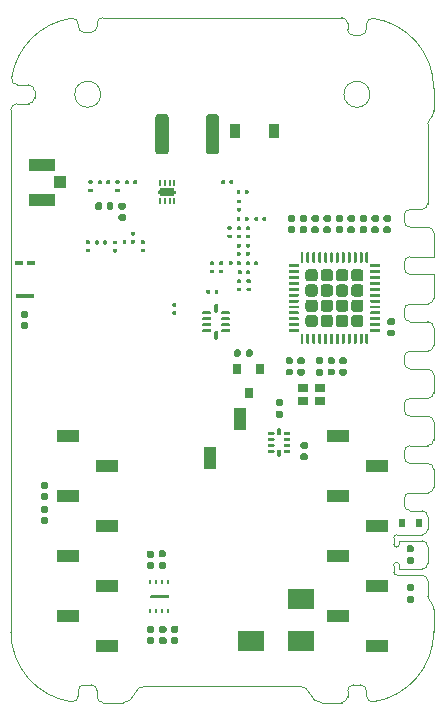
<source format=gbp>
G04 #@! TF.GenerationSoftware,KiCad,Pcbnew,(5.1.10)-1*
G04 #@! TF.CreationDate,2021-07-14T14:20:25+08:00*
G04 #@! TF.ProjectId,BeagleConnect Freedom,42656167-6c65-4436-9f6e-6e6563742046,B*
G04 #@! TF.SameCoordinates,Original*
G04 #@! TF.FileFunction,Paste,Bot*
G04 #@! TF.FilePolarity,Positive*
%FSLAX46Y46*%
G04 Gerber Fmt 4.6, Leading zero omitted, Abs format (unit mm)*
G04 Created by KiCad (PCBNEW (5.1.10)-1) date 2021-07-14 14:20:25*
%MOMM*%
%LPD*%
G01*
G04 APERTURE LIST*
G04 #@! TA.AperFunction,Profile*
%ADD10C,0.050000*%
G04 #@! TD*
%ADD11C,0.152400*%
%ADD12R,0.600000X0.700000*%
%ADD13R,2.250000X1.700000*%
%ADD14R,1.900000X1.000000*%
%ADD15R,1.000000X1.900000*%
%ADD16R,2.200000X1.050000*%
%ADD17R,1.050000X1.000000*%
%ADD18R,1.600000X0.350000*%
%ADD19R,0.650000X0.350000*%
%ADD20R,0.900000X0.800000*%
%ADD21R,0.250000X0.300000*%
%ADD22C,0.100000*%
%ADD23R,0.800000X0.900000*%
%ADD24R,0.900000X1.200000*%
%ADD25R,0.203200X0.558800*%
%ADD26R,1.244600X0.762000*%
G04 APERTURE END LIST*
D10*
X291863382Y-48158779D02*
X291863382Y-46158779D01*
X291863382Y-48158779D02*
G75*
G02*
X291363382Y-48658779I-500000J0D01*
G01*
X289863382Y-48658779D02*
X291363382Y-48658779D01*
X289363382Y-49158779D02*
G75*
G02*
X289863382Y-48658779I500000J0D01*
G01*
X289363382Y-49658779D02*
X289363382Y-49158779D01*
X289863382Y-50158779D02*
G75*
G02*
X289363382Y-49658779I0J500000D01*
G01*
X291363382Y-50158779D02*
X289863382Y-50158779D01*
X291363382Y-50158779D02*
G75*
G02*
X291863382Y-50658779I0J-500000D01*
G01*
X291863382Y-52158779D02*
X291863382Y-50658779D01*
X291863382Y-52158779D02*
G75*
G02*
X291363382Y-52658779I-500000J0D01*
G01*
X289863382Y-52658779D02*
X291363382Y-52658779D01*
X289363382Y-53158779D02*
G75*
G02*
X289863382Y-52658779I500000J0D01*
G01*
X289363382Y-53658779D02*
X289363382Y-53158779D01*
X289863382Y-54158779D02*
G75*
G02*
X289363382Y-53658779I0J500000D01*
G01*
X291363382Y-54158779D02*
X289863382Y-54158779D01*
X291363382Y-54158779D02*
G75*
G02*
X291863382Y-54658779I0J-500000D01*
G01*
X291863382Y-56158779D02*
X291863382Y-54658779D01*
X291863382Y-56158779D02*
G75*
G02*
X291363382Y-56658779I-500000J0D01*
G01*
X289863382Y-56658779D02*
X291363382Y-56658779D01*
X289363382Y-57158779D02*
G75*
G02*
X289863382Y-56658779I500000J0D01*
G01*
X289363382Y-57658779D02*
X289363382Y-57158779D01*
X289863382Y-58158779D02*
G75*
G02*
X289363382Y-57658779I0J500000D01*
G01*
X291363382Y-58158779D02*
X289863382Y-58158779D01*
X291363382Y-58158779D02*
G75*
G02*
X291863382Y-58658779I0J-500000D01*
G01*
X291863382Y-60158779D02*
X291863382Y-58658779D01*
X291863382Y-60158779D02*
G75*
G02*
X291363382Y-60658779I-500000J0D01*
G01*
X289863382Y-60658779D02*
X291363382Y-60658779D01*
X289363382Y-61158779D02*
G75*
G02*
X289863382Y-60658779I500000J0D01*
G01*
X289363382Y-61658779D02*
X289363382Y-61158779D01*
X289863382Y-62158779D02*
G75*
G02*
X289363382Y-61658779I0J500000D01*
G01*
X291363382Y-62158779D02*
X289863382Y-62158779D01*
X291363382Y-62158779D02*
G75*
G02*
X291863382Y-62658779I0J-500000D01*
G01*
X291863382Y-64158779D02*
X291863382Y-62658779D01*
X291863382Y-64158779D02*
G75*
G02*
X291363382Y-64658779I-500000J0D01*
G01*
X289863382Y-64658779D02*
X291363382Y-64658779D01*
X289363382Y-65158779D02*
G75*
G02*
X289863382Y-64658779I500000J0D01*
G01*
X289363382Y-65658779D02*
X289363382Y-65158779D01*
X289863382Y-66158779D02*
G75*
G02*
X289363382Y-65658779I0J500000D01*
G01*
X290863382Y-66158779D02*
X289863382Y-66158779D01*
X290863382Y-66158779D02*
G75*
G02*
X291363382Y-66658779I0J-500000D01*
G01*
X291363382Y-67708779D02*
X291363382Y-66658779D01*
X291363382Y-67708779D02*
G75*
G02*
X290863382Y-68208779I-500000J0D01*
G01*
X288713382Y-68208779D02*
X290863382Y-68208779D01*
X288463382Y-68458779D02*
G75*
G02*
X288713382Y-68208779I250000J0D01*
G01*
X288463382Y-69008779D02*
X288463382Y-68458779D01*
X288963382Y-69008779D02*
G75*
G02*
X288463382Y-69008779I-250000J0D01*
G01*
X288963382Y-68708779D02*
X288963382Y-69008779D01*
X290863382Y-68708779D02*
X288963382Y-68708779D01*
X290863382Y-68708779D02*
G75*
G02*
X291363382Y-69208779I0J-500000D01*
G01*
X291363382Y-70608779D02*
X291363382Y-69208779D01*
X291363382Y-70608779D02*
G75*
G02*
X290863382Y-71108779I-500000J0D01*
G01*
X288963382Y-71108779D02*
X290863382Y-71108779D01*
X288963382Y-70808779D02*
X288963382Y-71108779D01*
X288463382Y-70808779D02*
G75*
G02*
X288963382Y-70808779I250000J0D01*
G01*
X288463382Y-71358779D02*
X288463382Y-70808779D01*
X288713382Y-71608779D02*
G75*
G02*
X288463382Y-71358779I0J250000D01*
G01*
X290863382Y-71608779D02*
X288713382Y-71608779D01*
X290863382Y-71608779D02*
G75*
G02*
X291363382Y-72108779I0J-500000D01*
G01*
X291363382Y-73408779D02*
X291363382Y-72108779D01*
X291530049Y-73781457D02*
G75*
G02*
X291363382Y-73408779I333333J372678D01*
G01*
X291530049Y-73781457D02*
G75*
G02*
X291863382Y-74526813I-666667J-745356D01*
G01*
X291863382Y-76408779D02*
X291863382Y-74526813D01*
X291863381Y-76408779D02*
G75*
G02*
X286736109Y-82344968I-5999999J0D01*
G01*
X286736109Y-82344968D02*
G75*
G02*
X286163382Y-81850286I-72727J494682D01*
G01*
X286163382Y-81408779D02*
X286163382Y-81850286D01*
X285663382Y-80908779D02*
G75*
G02*
X286163382Y-81408779I0J-500000D01*
G01*
X285063382Y-80908779D02*
X285663382Y-80908779D01*
X284563382Y-81408779D02*
G75*
G02*
X285063382Y-80908779I500000J0D01*
G01*
X284563382Y-81908779D02*
X284563382Y-81408779D01*
X284563382Y-81908779D02*
G75*
G02*
X284063382Y-82408779I-500000J0D01*
G01*
X282371260Y-82408779D02*
X284063382Y-82408779D01*
X282371260Y-82408779D02*
G75*
G02*
X281417321Y-81708779I0J1000000D01*
G01*
X280463382Y-81008779D02*
G75*
G02*
X281417321Y-81708779I0J-1000000D01*
G01*
X267463382Y-81008779D02*
X280463382Y-81008779D01*
X266509443Y-81708779D02*
G75*
G02*
X267463382Y-81008779I953939J-300000D01*
G01*
X266509442Y-81708779D02*
G75*
G02*
X265555503Y-82408779I-953939J300000D01*
G01*
X263863382Y-82408779D02*
X265555503Y-82408779D01*
X263863382Y-82408779D02*
G75*
G02*
X263363382Y-81908779I0J500000D01*
G01*
X263363382Y-81408779D02*
X263363382Y-81908779D01*
X262863382Y-80908779D02*
G75*
G02*
X263363382Y-81408779I0J-500000D01*
G01*
X262263382Y-80908779D02*
X262863382Y-80908779D01*
X261763382Y-81408779D02*
G75*
G02*
X262263382Y-80908779I500000J0D01*
G01*
X261763382Y-81850286D02*
X261763382Y-81408779D01*
X261763382Y-81850287D02*
G75*
G02*
X261190654Y-82344968I-500000J1D01*
G01*
X261190655Y-82344969D02*
G75*
G02*
X256063382Y-76408779I872727J5936190D01*
G01*
X256063382Y-32208779D02*
X256063382Y-76408779D01*
X256063382Y-32208779D02*
G75*
G02*
X256563382Y-31708779I500000J0D01*
G01*
X257563382Y-31708779D02*
X256563382Y-31708779D01*
X258063382Y-31208779D02*
G75*
G02*
X257563382Y-31708779I-500000J0D01*
G01*
X258063382Y-30608779D02*
X258063382Y-31208779D01*
X257563382Y-30108779D02*
G75*
G02*
X258063382Y-30608779I0J-500000D01*
G01*
X256621874Y-30108779D02*
X257563382Y-30108779D01*
X256621874Y-30108778D02*
G75*
G02*
X256127192Y-29536052I0J499999D01*
G01*
X256127192Y-29536052D02*
G75*
G02*
X261190654Y-24472589I5936190J-872727D01*
G01*
X261190655Y-24472590D02*
G75*
G02*
X261763382Y-24967272I72727J-494682D01*
G01*
X261763382Y-25158779D02*
X261763382Y-24967272D01*
X262263382Y-25658779D02*
G75*
G02*
X261763382Y-25158779I0J500000D01*
G01*
X262863382Y-25658779D02*
X262263382Y-25658779D01*
X263363382Y-25158779D02*
G75*
G02*
X262863382Y-25658779I-500000J0D01*
G01*
X263363382Y-24908779D02*
X263363382Y-25158779D01*
X263363382Y-24908779D02*
G75*
G02*
X263863382Y-24408779I500000J0D01*
G01*
X284063382Y-24408779D02*
X263863382Y-24408779D01*
X284063382Y-24408779D02*
G75*
G02*
X284563382Y-24908779I0J-500000D01*
G01*
X284563382Y-25408779D02*
X284563382Y-24908779D01*
X285063382Y-25908779D02*
G75*
G02*
X284563382Y-25408779I0J500000D01*
G01*
X285663382Y-25908779D02*
X285063382Y-25908779D01*
X286163382Y-25408779D02*
G75*
G02*
X285663382Y-25908779I-500000J0D01*
G01*
X286163382Y-24967272D02*
X286163382Y-25408779D01*
X286163382Y-24967272D02*
G75*
G02*
X286736109Y-24472589I500000J0D01*
G01*
X286736109Y-24472589D02*
G75*
G02*
X291863382Y-30408779I-872727J-5936190D01*
G01*
X291863382Y-32290745D02*
X291863382Y-30408779D01*
X291863382Y-32290746D02*
G75*
G02*
X291530048Y-33036101I-1000000J1D01*
G01*
X291363382Y-33408779D02*
G75*
G02*
X291530048Y-33036101I500000J0D01*
G01*
X291363382Y-40158779D02*
X291363382Y-33408779D01*
X291363382Y-40158779D02*
G75*
G02*
X290863382Y-40658779I-500000J0D01*
G01*
X289863382Y-40658779D02*
X290863382Y-40658779D01*
X289363382Y-41158779D02*
G75*
G02*
X289863382Y-40658779I500000J0D01*
G01*
X289363382Y-41658779D02*
X289363382Y-41158779D01*
X289863382Y-42158779D02*
G75*
G02*
X289363382Y-41658779I0J500000D01*
G01*
X291363382Y-42158779D02*
X289863382Y-42158779D01*
X291363382Y-42158779D02*
G75*
G02*
X291863382Y-42658779I0J-500000D01*
G01*
X291863382Y-44658779D02*
X291863382Y-42658779D01*
X289863382Y-44658779D02*
X291863382Y-44658779D01*
X289363382Y-45158779D02*
G75*
G02*
X289863382Y-44658779I500000J0D01*
G01*
X289363382Y-45658779D02*
X289363382Y-45158779D01*
X289863382Y-46158779D02*
G75*
G02*
X289363382Y-45658779I0J500000D01*
G01*
X291863382Y-46158779D02*
X289863382Y-46158779D01*
X289363382Y-57658779D02*
X289363382Y-57158779D01*
X289863382Y-58158779D02*
G75*
G02*
X289363382Y-57658779I0J500000D01*
G01*
X291363382Y-58158779D02*
X289863382Y-58158779D01*
X291363382Y-58158779D02*
G75*
G02*
X291863382Y-58658779I0J-500000D01*
G01*
X291863382Y-60158779D02*
X291863382Y-58658779D01*
X291863382Y-60158779D02*
G75*
G02*
X291363382Y-60658779I-500000J0D01*
G01*
X289863382Y-60658779D02*
X291363382Y-60658779D01*
X289363382Y-61158779D02*
G75*
G02*
X289863382Y-60658779I500000J0D01*
G01*
X289363382Y-61658779D02*
X289363382Y-61158779D01*
X289863382Y-62158779D02*
G75*
G02*
X289363382Y-61658779I0J500000D01*
G01*
X291363382Y-62158779D02*
X289863382Y-62158779D01*
X291363382Y-62158779D02*
G75*
G02*
X291863382Y-62658779I0J-500000D01*
G01*
X291863382Y-64158779D02*
X291863382Y-62658779D01*
X291863382Y-64158779D02*
G75*
G02*
X291363382Y-64658779I-500000J0D01*
G01*
X289863382Y-64658779D02*
X291363382Y-64658779D01*
X289363382Y-65158779D02*
G75*
G02*
X289863382Y-64658779I500000J0D01*
G01*
X289363382Y-65658779D02*
X289363382Y-65158779D01*
X289863382Y-66158779D02*
G75*
G02*
X289363382Y-65658779I0J500000D01*
G01*
X290863382Y-66158779D02*
X289863382Y-66158779D01*
X290863382Y-66158779D02*
G75*
G02*
X291363382Y-66658779I0J-500000D01*
G01*
X291363382Y-67708779D02*
X291363382Y-66658779D01*
X291363382Y-67708779D02*
G75*
G02*
X290863382Y-68208779I-500000J0D01*
G01*
X288713382Y-68208779D02*
X290863382Y-68208779D01*
X288463382Y-68458779D02*
G75*
G02*
X288713382Y-68208779I250000J0D01*
G01*
X288463382Y-69008779D02*
X288463382Y-68458779D01*
X288963382Y-69008779D02*
G75*
G02*
X288463382Y-69008779I-250000J0D01*
G01*
X288963382Y-68708779D02*
X288963382Y-69008779D01*
X290863382Y-68708779D02*
X288963382Y-68708779D01*
X290863382Y-68708779D02*
G75*
G02*
X291363382Y-69208779I0J-500000D01*
G01*
X291363382Y-70608779D02*
X291363382Y-69208779D01*
X291363382Y-70608779D02*
G75*
G02*
X290863382Y-71108779I-500000J0D01*
G01*
X288963382Y-71108779D02*
X290863382Y-71108779D01*
X288963382Y-70808779D02*
X288963382Y-71108779D01*
X288463382Y-70808779D02*
G75*
G02*
X288963382Y-70808779I250000J0D01*
G01*
X288463382Y-71358779D02*
X288463382Y-70808779D01*
X288713382Y-71608779D02*
G75*
G02*
X288463382Y-71358779I0J250000D01*
G01*
X290863382Y-71608779D02*
X288713382Y-71608779D01*
X290863382Y-71608779D02*
G75*
G02*
X291363382Y-72108779I0J-500000D01*
G01*
X291363382Y-73408779D02*
X291363382Y-72108779D01*
X291530049Y-73781457D02*
G75*
G02*
X291363382Y-73408779I333333J372678D01*
G01*
X291530049Y-73781457D02*
G75*
G02*
X291863382Y-74526813I-666667J-745356D01*
G01*
X291863382Y-76408779D02*
X291863382Y-74526813D01*
X291863381Y-76408779D02*
G75*
G02*
X286736109Y-82344968I-5999999J0D01*
G01*
X286736109Y-82344968D02*
G75*
G02*
X286163382Y-81850286I-72727J494682D01*
G01*
X286163382Y-81408779D02*
X286163382Y-81850286D01*
X285663382Y-80908779D02*
G75*
G02*
X286163382Y-81408779I0J-500000D01*
G01*
X285063382Y-80908779D02*
X285663382Y-80908779D01*
X284563382Y-81408779D02*
G75*
G02*
X285063382Y-80908779I500000J0D01*
G01*
X284563382Y-81908779D02*
X284563382Y-81408779D01*
X284563382Y-81908779D02*
G75*
G02*
X284063382Y-82408779I-500000J0D01*
G01*
X282371260Y-82408779D02*
X284063382Y-82408779D01*
X282371260Y-82408779D02*
G75*
G02*
X281417321Y-81708779I0J1000000D01*
G01*
X280463382Y-81008779D02*
G75*
G02*
X281417321Y-81708779I0J-1000000D01*
G01*
X267463382Y-81008779D02*
X280463382Y-81008779D01*
X266509443Y-81708779D02*
G75*
G02*
X267463382Y-81008779I953939J-300000D01*
G01*
X266509442Y-81708779D02*
G75*
G02*
X265555503Y-82408779I-953939J300000D01*
G01*
X263863382Y-82408779D02*
X265555503Y-82408779D01*
X263863382Y-82408779D02*
G75*
G02*
X263363382Y-81908779I0J500000D01*
G01*
X263363382Y-81408779D02*
X263363382Y-81908779D01*
X262863382Y-80908779D02*
G75*
G02*
X263363382Y-81408779I0J-500000D01*
G01*
X262263382Y-80908779D02*
X262863382Y-80908779D01*
X261763382Y-81408779D02*
G75*
G02*
X262263382Y-80908779I500000J0D01*
G01*
X261763382Y-81850286D02*
X261763382Y-81408779D01*
X261763382Y-81850287D02*
G75*
G02*
X261190654Y-82344968I-500000J1D01*
G01*
X261190655Y-82344969D02*
G75*
G02*
X256063382Y-76408779I872727J5936190D01*
G01*
X256063382Y-32208779D02*
X256063382Y-76408779D01*
X256063382Y-32208779D02*
G75*
G02*
X256563382Y-31708779I500000J0D01*
G01*
X257563382Y-31708779D02*
X256563382Y-31708779D01*
X258063382Y-31208779D02*
G75*
G02*
X257563382Y-31708779I-500000J0D01*
G01*
X258063382Y-30608779D02*
X258063382Y-31208779D01*
X257563382Y-30108779D02*
G75*
G02*
X258063382Y-30608779I0J-500000D01*
G01*
X256621874Y-30108779D02*
X257563382Y-30108779D01*
X256621874Y-30108778D02*
G75*
G02*
X256127192Y-29536052I0J499999D01*
G01*
X256127192Y-29536052D02*
G75*
G02*
X261190654Y-24472589I5936190J-872727D01*
G01*
X261190655Y-24472590D02*
G75*
G02*
X261763382Y-24967272I72727J-494682D01*
G01*
X261763382Y-25158779D02*
X261763382Y-24967272D01*
X262263382Y-25658779D02*
G75*
G02*
X261763382Y-25158779I0J500000D01*
G01*
X262863382Y-25658779D02*
X262263382Y-25658779D01*
X263363382Y-25158779D02*
G75*
G02*
X262863382Y-25658779I-500000J0D01*
G01*
X263363382Y-24908779D02*
X263363382Y-25158779D01*
X263363382Y-24908779D02*
G75*
G02*
X263863382Y-24408779I500000J0D01*
G01*
X284063382Y-24408779D02*
X263863382Y-24408779D01*
X284063382Y-24408779D02*
G75*
G02*
X284563382Y-24908779I0J-500000D01*
G01*
X284563382Y-25408779D02*
X284563382Y-24908779D01*
X285063382Y-25908779D02*
G75*
G02*
X284563382Y-25408779I0J500000D01*
G01*
X285663382Y-25908779D02*
X285063382Y-25908779D01*
X286163382Y-25408779D02*
G75*
G02*
X285663382Y-25908779I-500000J0D01*
G01*
X286163382Y-24967272D02*
X286163382Y-25408779D01*
X286163382Y-24967272D02*
G75*
G02*
X286736109Y-24472589I500000J0D01*
G01*
X286736109Y-24472589D02*
G75*
G02*
X291863382Y-30408779I-872727J-5936190D01*
G01*
X291863382Y-32290745D02*
X291863382Y-30408779D01*
X291863382Y-32290746D02*
G75*
G02*
X291530048Y-33036101I-1000000J1D01*
G01*
X291363382Y-33408779D02*
G75*
G02*
X291530048Y-33036101I500000J0D01*
G01*
X291363382Y-40158779D02*
X291363382Y-33408779D01*
X291363382Y-40158779D02*
G75*
G02*
X290863382Y-40658779I-500000J0D01*
G01*
X289863382Y-40658779D02*
X290863382Y-40658779D01*
X289363382Y-41158779D02*
G75*
G02*
X289863382Y-40658779I500000J0D01*
G01*
X289363382Y-41658779D02*
X289363382Y-41158779D01*
X289863382Y-42158779D02*
G75*
G02*
X289363382Y-41658779I0J500000D01*
G01*
X291363382Y-42158779D02*
X289863382Y-42158779D01*
X291363382Y-42158779D02*
G75*
G02*
X291863382Y-42658779I0J-500000D01*
G01*
X291863382Y-44658779D02*
X291863382Y-42658779D01*
X289863382Y-44658779D02*
X291863382Y-44658779D01*
X289363382Y-45158779D02*
G75*
G02*
X289863382Y-44658779I500000J0D01*
G01*
X289363382Y-45658779D02*
X289363382Y-45158779D01*
X289863382Y-46158779D02*
G75*
G02*
X289363382Y-45658779I0J500000D01*
G01*
X291863382Y-46158779D02*
X289863382Y-46158779D01*
X291863382Y-48158779D02*
X291863382Y-46158779D01*
X291863382Y-48158779D02*
G75*
G02*
X291363382Y-48658779I-500000J0D01*
G01*
X289863382Y-48658779D02*
X291363382Y-48658779D01*
X289363382Y-49158779D02*
G75*
G02*
X289863382Y-48658779I500000J0D01*
G01*
X289363382Y-49658779D02*
X289363382Y-49158779D01*
X289863382Y-50158779D02*
G75*
G02*
X289363382Y-49658779I0J500000D01*
G01*
X291363382Y-50158779D02*
X289863382Y-50158779D01*
X291363382Y-50158779D02*
G75*
G02*
X291863382Y-50658779I0J-500000D01*
G01*
X291863382Y-52158779D02*
X291863382Y-50658779D01*
X291863382Y-52158779D02*
G75*
G02*
X291363382Y-52658779I-500000J0D01*
G01*
X289863382Y-52658779D02*
X291363382Y-52658779D01*
X289363382Y-53158779D02*
G75*
G02*
X289863382Y-52658779I500000J0D01*
G01*
X289363382Y-53658779D02*
X289363382Y-53158779D01*
X289863382Y-54158779D02*
G75*
G02*
X289363382Y-53658779I0J500000D01*
G01*
X291363382Y-54158779D02*
X289863382Y-54158779D01*
X291363382Y-54158779D02*
G75*
G02*
X291863382Y-54658779I0J-500000D01*
G01*
X291863382Y-56158779D02*
X291863382Y-54658779D01*
X291863382Y-56158779D02*
G75*
G02*
X291363382Y-56658779I-500000J0D01*
G01*
X289863382Y-56658779D02*
X291363382Y-56658779D01*
X289363382Y-57158779D02*
G75*
G02*
X289863382Y-56658779I500000J0D01*
G01*
X286463382Y-30908779D02*
G75*
G03*
X286463382Y-30908779I-1100000J0D01*
G01*
X263663382Y-30908779D02*
G75*
G03*
X263663382Y-30908779I-1100000J0D01*
G01*
X286463382Y-30908779D02*
G75*
G03*
X286463382Y-30908779I-1100000J0D01*
G01*
X263663382Y-30908779D02*
G75*
G03*
X263663382Y-30908779I-1100000J0D01*
G01*
D11*
X269922300Y-39160000D02*
X269922300Y-39261600D01*
X269973100Y-39160000D02*
X269922300Y-39160000D01*
X269973100Y-39261600D02*
X269973100Y-39160000D01*
X269922300Y-39261600D02*
X269973100Y-39261600D01*
X269922300Y-39160000D02*
X269922300Y-39058400D01*
X269973100Y-39160000D02*
X269922300Y-39160000D01*
X269973100Y-39058400D02*
X269973100Y-39160000D01*
X269922300Y-39058400D02*
X269973100Y-39058400D01*
X268677700Y-39160000D02*
X268677700Y-39261600D01*
X268626900Y-39160000D02*
X268677700Y-39160000D01*
X268626900Y-39261600D02*
X268626900Y-39160000D01*
X268677700Y-39261600D02*
X268626900Y-39261600D01*
X268677700Y-39160000D02*
X268677700Y-39058400D01*
X268626900Y-39160000D02*
X268677700Y-39160000D01*
X268626900Y-39058400D02*
X268626900Y-39160000D01*
X268677700Y-39058400D02*
X268626900Y-39058400D01*
G36*
G01*
X274200000Y-38253500D02*
X274200000Y-38454500D01*
G75*
G02*
X274120500Y-38534000I-79500J0D01*
G01*
X273961500Y-38534000D01*
G75*
G02*
X273882000Y-38454500I0J79500D01*
G01*
X273882000Y-38253500D01*
G75*
G02*
X273961500Y-38174000I79500J0D01*
G01*
X274120500Y-38174000D01*
G75*
G02*
X274200000Y-38253500I0J-79500D01*
G01*
G37*
G36*
G01*
X274890000Y-38253500D02*
X274890000Y-38454500D01*
G75*
G02*
X274810500Y-38534000I-79500J0D01*
G01*
X274651500Y-38534000D01*
G75*
G02*
X274572000Y-38454500I0J79500D01*
G01*
X274572000Y-38253500D01*
G75*
G02*
X274651500Y-38174000I79500J0D01*
G01*
X274810500Y-38174000D01*
G75*
G02*
X274890000Y-38253500I0J-79500D01*
G01*
G37*
G36*
G01*
X284875000Y-46505000D02*
X284875000Y-45965000D01*
G75*
G02*
X285125000Y-45715000I250000J0D01*
G01*
X285665000Y-45715000D01*
G75*
G02*
X285915000Y-45965000I0J-250000D01*
G01*
X285915000Y-46505000D01*
G75*
G02*
X285665000Y-46755000I-250000J0D01*
G01*
X285125000Y-46755000D01*
G75*
G02*
X284875000Y-46505000I0J250000D01*
G01*
G37*
G36*
G01*
X284875000Y-47795000D02*
X284875000Y-47255000D01*
G75*
G02*
X285125000Y-47005000I250000J0D01*
G01*
X285665000Y-47005000D01*
G75*
G02*
X285915000Y-47255000I0J-250000D01*
G01*
X285915000Y-47795000D01*
G75*
G02*
X285665000Y-48045000I-250000J0D01*
G01*
X285125000Y-48045000D01*
G75*
G02*
X284875000Y-47795000I0J250000D01*
G01*
G37*
G36*
G01*
X284875000Y-49085000D02*
X284875000Y-48545000D01*
G75*
G02*
X285125000Y-48295000I250000J0D01*
G01*
X285665000Y-48295000D01*
G75*
G02*
X285915000Y-48545000I0J-250000D01*
G01*
X285915000Y-49085000D01*
G75*
G02*
X285665000Y-49335000I-250000J0D01*
G01*
X285125000Y-49335000D01*
G75*
G02*
X284875000Y-49085000I0J250000D01*
G01*
G37*
G36*
G01*
X284875000Y-50375000D02*
X284875000Y-49835000D01*
G75*
G02*
X285125000Y-49585000I250000J0D01*
G01*
X285665000Y-49585000D01*
G75*
G02*
X285915000Y-49835000I0J-250000D01*
G01*
X285915000Y-50375000D01*
G75*
G02*
X285665000Y-50625000I-250000J0D01*
G01*
X285125000Y-50625000D01*
G75*
G02*
X284875000Y-50375000I0J250000D01*
G01*
G37*
G36*
G01*
X283585000Y-46505000D02*
X283585000Y-45965000D01*
G75*
G02*
X283835000Y-45715000I250000J0D01*
G01*
X284375000Y-45715000D01*
G75*
G02*
X284625000Y-45965000I0J-250000D01*
G01*
X284625000Y-46505000D01*
G75*
G02*
X284375000Y-46755000I-250000J0D01*
G01*
X283835000Y-46755000D01*
G75*
G02*
X283585000Y-46505000I0J250000D01*
G01*
G37*
G36*
G01*
X283585000Y-47795000D02*
X283585000Y-47255000D01*
G75*
G02*
X283835000Y-47005000I250000J0D01*
G01*
X284375000Y-47005000D01*
G75*
G02*
X284625000Y-47255000I0J-250000D01*
G01*
X284625000Y-47795000D01*
G75*
G02*
X284375000Y-48045000I-250000J0D01*
G01*
X283835000Y-48045000D01*
G75*
G02*
X283585000Y-47795000I0J250000D01*
G01*
G37*
G36*
G01*
X283585000Y-49085000D02*
X283585000Y-48545000D01*
G75*
G02*
X283835000Y-48295000I250000J0D01*
G01*
X284375000Y-48295000D01*
G75*
G02*
X284625000Y-48545000I0J-250000D01*
G01*
X284625000Y-49085000D01*
G75*
G02*
X284375000Y-49335000I-250000J0D01*
G01*
X283835000Y-49335000D01*
G75*
G02*
X283585000Y-49085000I0J250000D01*
G01*
G37*
G36*
G01*
X283585000Y-50375000D02*
X283585000Y-49835000D01*
G75*
G02*
X283835000Y-49585000I250000J0D01*
G01*
X284375000Y-49585000D01*
G75*
G02*
X284625000Y-49835000I0J-250000D01*
G01*
X284625000Y-50375000D01*
G75*
G02*
X284375000Y-50625000I-250000J0D01*
G01*
X283835000Y-50625000D01*
G75*
G02*
X283585000Y-50375000I0J250000D01*
G01*
G37*
G36*
G01*
X282295000Y-46505000D02*
X282295000Y-45965000D01*
G75*
G02*
X282545000Y-45715000I250000J0D01*
G01*
X283085000Y-45715000D01*
G75*
G02*
X283335000Y-45965000I0J-250000D01*
G01*
X283335000Y-46505000D01*
G75*
G02*
X283085000Y-46755000I-250000J0D01*
G01*
X282545000Y-46755000D01*
G75*
G02*
X282295000Y-46505000I0J250000D01*
G01*
G37*
G36*
G01*
X282295000Y-47795000D02*
X282295000Y-47255000D01*
G75*
G02*
X282545000Y-47005000I250000J0D01*
G01*
X283085000Y-47005000D01*
G75*
G02*
X283335000Y-47255000I0J-250000D01*
G01*
X283335000Y-47795000D01*
G75*
G02*
X283085000Y-48045000I-250000J0D01*
G01*
X282545000Y-48045000D01*
G75*
G02*
X282295000Y-47795000I0J250000D01*
G01*
G37*
G36*
G01*
X282295000Y-49085000D02*
X282295000Y-48545000D01*
G75*
G02*
X282545000Y-48295000I250000J0D01*
G01*
X283085000Y-48295000D01*
G75*
G02*
X283335000Y-48545000I0J-250000D01*
G01*
X283335000Y-49085000D01*
G75*
G02*
X283085000Y-49335000I-250000J0D01*
G01*
X282545000Y-49335000D01*
G75*
G02*
X282295000Y-49085000I0J250000D01*
G01*
G37*
G36*
G01*
X282295000Y-50375000D02*
X282295000Y-49835000D01*
G75*
G02*
X282545000Y-49585000I250000J0D01*
G01*
X283085000Y-49585000D01*
G75*
G02*
X283335000Y-49835000I0J-250000D01*
G01*
X283335000Y-50375000D01*
G75*
G02*
X283085000Y-50625000I-250000J0D01*
G01*
X282545000Y-50625000D01*
G75*
G02*
X282295000Y-50375000I0J250000D01*
G01*
G37*
G36*
G01*
X281005000Y-46505000D02*
X281005000Y-45965000D01*
G75*
G02*
X281255000Y-45715000I250000J0D01*
G01*
X281795000Y-45715000D01*
G75*
G02*
X282045000Y-45965000I0J-250000D01*
G01*
X282045000Y-46505000D01*
G75*
G02*
X281795000Y-46755000I-250000J0D01*
G01*
X281255000Y-46755000D01*
G75*
G02*
X281005000Y-46505000I0J250000D01*
G01*
G37*
G36*
G01*
X281005000Y-47795000D02*
X281005000Y-47255000D01*
G75*
G02*
X281255000Y-47005000I250000J0D01*
G01*
X281795000Y-47005000D01*
G75*
G02*
X282045000Y-47255000I0J-250000D01*
G01*
X282045000Y-47795000D01*
G75*
G02*
X281795000Y-48045000I-250000J0D01*
G01*
X281255000Y-48045000D01*
G75*
G02*
X281005000Y-47795000I0J250000D01*
G01*
G37*
G36*
G01*
X281005000Y-49085000D02*
X281005000Y-48545000D01*
G75*
G02*
X281255000Y-48295000I250000J0D01*
G01*
X281795000Y-48295000D01*
G75*
G02*
X282045000Y-48545000I0J-250000D01*
G01*
X282045000Y-49085000D01*
G75*
G02*
X281795000Y-49335000I-250000J0D01*
G01*
X281255000Y-49335000D01*
G75*
G02*
X281005000Y-49085000I0J250000D01*
G01*
G37*
G36*
G01*
X281005000Y-50375000D02*
X281005000Y-49835000D01*
G75*
G02*
X281255000Y-49585000I250000J0D01*
G01*
X281795000Y-49585000D01*
G75*
G02*
X282045000Y-49835000I0J-250000D01*
G01*
X282045000Y-50375000D01*
G75*
G02*
X281795000Y-50625000I-250000J0D01*
G01*
X281255000Y-50625000D01*
G75*
G02*
X281005000Y-50375000I0J250000D01*
G01*
G37*
G36*
G01*
X280585000Y-51982500D02*
X280585000Y-51232500D01*
G75*
G02*
X280647500Y-51170000I62500J0D01*
G01*
X280772500Y-51170000D01*
G75*
G02*
X280835000Y-51232500I0J-62500D01*
G01*
X280835000Y-51982500D01*
G75*
G02*
X280772500Y-52045000I-62500J0D01*
G01*
X280647500Y-52045000D01*
G75*
G02*
X280585000Y-51982500I0J62500D01*
G01*
G37*
G36*
G01*
X281085000Y-51982500D02*
X281085000Y-51232500D01*
G75*
G02*
X281147500Y-51170000I62500J0D01*
G01*
X281272500Y-51170000D01*
G75*
G02*
X281335000Y-51232500I0J-62500D01*
G01*
X281335000Y-51982500D01*
G75*
G02*
X281272500Y-52045000I-62500J0D01*
G01*
X281147500Y-52045000D01*
G75*
G02*
X281085000Y-51982500I0J62500D01*
G01*
G37*
G36*
G01*
X281585000Y-51982500D02*
X281585000Y-51232500D01*
G75*
G02*
X281647500Y-51170000I62500J0D01*
G01*
X281772500Y-51170000D01*
G75*
G02*
X281835000Y-51232500I0J-62500D01*
G01*
X281835000Y-51982500D01*
G75*
G02*
X281772500Y-52045000I-62500J0D01*
G01*
X281647500Y-52045000D01*
G75*
G02*
X281585000Y-51982500I0J62500D01*
G01*
G37*
G36*
G01*
X282085000Y-51982500D02*
X282085000Y-51232500D01*
G75*
G02*
X282147500Y-51170000I62500J0D01*
G01*
X282272500Y-51170000D01*
G75*
G02*
X282335000Y-51232500I0J-62500D01*
G01*
X282335000Y-51982500D01*
G75*
G02*
X282272500Y-52045000I-62500J0D01*
G01*
X282147500Y-52045000D01*
G75*
G02*
X282085000Y-51982500I0J62500D01*
G01*
G37*
G36*
G01*
X282585000Y-51982500D02*
X282585000Y-51232500D01*
G75*
G02*
X282647500Y-51170000I62500J0D01*
G01*
X282772500Y-51170000D01*
G75*
G02*
X282835000Y-51232500I0J-62500D01*
G01*
X282835000Y-51982500D01*
G75*
G02*
X282772500Y-52045000I-62500J0D01*
G01*
X282647500Y-52045000D01*
G75*
G02*
X282585000Y-51982500I0J62500D01*
G01*
G37*
G36*
G01*
X283085000Y-51982500D02*
X283085000Y-51232500D01*
G75*
G02*
X283147500Y-51170000I62500J0D01*
G01*
X283272500Y-51170000D01*
G75*
G02*
X283335000Y-51232500I0J-62500D01*
G01*
X283335000Y-51982500D01*
G75*
G02*
X283272500Y-52045000I-62500J0D01*
G01*
X283147500Y-52045000D01*
G75*
G02*
X283085000Y-51982500I0J62500D01*
G01*
G37*
G36*
G01*
X283585000Y-51982500D02*
X283585000Y-51232500D01*
G75*
G02*
X283647500Y-51170000I62500J0D01*
G01*
X283772500Y-51170000D01*
G75*
G02*
X283835000Y-51232500I0J-62500D01*
G01*
X283835000Y-51982500D01*
G75*
G02*
X283772500Y-52045000I-62500J0D01*
G01*
X283647500Y-52045000D01*
G75*
G02*
X283585000Y-51982500I0J62500D01*
G01*
G37*
G36*
G01*
X284085000Y-51982500D02*
X284085000Y-51232500D01*
G75*
G02*
X284147500Y-51170000I62500J0D01*
G01*
X284272500Y-51170000D01*
G75*
G02*
X284335000Y-51232500I0J-62500D01*
G01*
X284335000Y-51982500D01*
G75*
G02*
X284272500Y-52045000I-62500J0D01*
G01*
X284147500Y-52045000D01*
G75*
G02*
X284085000Y-51982500I0J62500D01*
G01*
G37*
G36*
G01*
X284585000Y-51982500D02*
X284585000Y-51232500D01*
G75*
G02*
X284647500Y-51170000I62500J0D01*
G01*
X284772500Y-51170000D01*
G75*
G02*
X284835000Y-51232500I0J-62500D01*
G01*
X284835000Y-51982500D01*
G75*
G02*
X284772500Y-52045000I-62500J0D01*
G01*
X284647500Y-52045000D01*
G75*
G02*
X284585000Y-51982500I0J62500D01*
G01*
G37*
G36*
G01*
X285085000Y-51982500D02*
X285085000Y-51232500D01*
G75*
G02*
X285147500Y-51170000I62500J0D01*
G01*
X285272500Y-51170000D01*
G75*
G02*
X285335000Y-51232500I0J-62500D01*
G01*
X285335000Y-51982500D01*
G75*
G02*
X285272500Y-52045000I-62500J0D01*
G01*
X285147500Y-52045000D01*
G75*
G02*
X285085000Y-51982500I0J62500D01*
G01*
G37*
G36*
G01*
X285585000Y-51982500D02*
X285585000Y-51232500D01*
G75*
G02*
X285647500Y-51170000I62500J0D01*
G01*
X285772500Y-51170000D01*
G75*
G02*
X285835000Y-51232500I0J-62500D01*
G01*
X285835000Y-51982500D01*
G75*
G02*
X285772500Y-52045000I-62500J0D01*
G01*
X285647500Y-52045000D01*
G75*
G02*
X285585000Y-51982500I0J62500D01*
G01*
G37*
G36*
G01*
X286085000Y-51982500D02*
X286085000Y-51232500D01*
G75*
G02*
X286147500Y-51170000I62500J0D01*
G01*
X286272500Y-51170000D01*
G75*
G02*
X286335000Y-51232500I0J-62500D01*
G01*
X286335000Y-51982500D01*
G75*
G02*
X286272500Y-52045000I-62500J0D01*
G01*
X286147500Y-52045000D01*
G75*
G02*
X286085000Y-51982500I0J62500D01*
G01*
G37*
G36*
G01*
X286460000Y-50982500D02*
X286460000Y-50857500D01*
G75*
G02*
X286522500Y-50795000I62500J0D01*
G01*
X287272500Y-50795000D01*
G75*
G02*
X287335000Y-50857500I0J-62500D01*
G01*
X287335000Y-50982500D01*
G75*
G02*
X287272500Y-51045000I-62500J0D01*
G01*
X286522500Y-51045000D01*
G75*
G02*
X286460000Y-50982500I0J62500D01*
G01*
G37*
G36*
G01*
X286460000Y-50482500D02*
X286460000Y-50357500D01*
G75*
G02*
X286522500Y-50295000I62500J0D01*
G01*
X287272500Y-50295000D01*
G75*
G02*
X287335000Y-50357500I0J-62500D01*
G01*
X287335000Y-50482500D01*
G75*
G02*
X287272500Y-50545000I-62500J0D01*
G01*
X286522500Y-50545000D01*
G75*
G02*
X286460000Y-50482500I0J62500D01*
G01*
G37*
G36*
G01*
X286460000Y-49982500D02*
X286460000Y-49857500D01*
G75*
G02*
X286522500Y-49795000I62500J0D01*
G01*
X287272500Y-49795000D01*
G75*
G02*
X287335000Y-49857500I0J-62500D01*
G01*
X287335000Y-49982500D01*
G75*
G02*
X287272500Y-50045000I-62500J0D01*
G01*
X286522500Y-50045000D01*
G75*
G02*
X286460000Y-49982500I0J62500D01*
G01*
G37*
G36*
G01*
X286460000Y-49482500D02*
X286460000Y-49357500D01*
G75*
G02*
X286522500Y-49295000I62500J0D01*
G01*
X287272500Y-49295000D01*
G75*
G02*
X287335000Y-49357500I0J-62500D01*
G01*
X287335000Y-49482500D01*
G75*
G02*
X287272500Y-49545000I-62500J0D01*
G01*
X286522500Y-49545000D01*
G75*
G02*
X286460000Y-49482500I0J62500D01*
G01*
G37*
G36*
G01*
X286460000Y-48982500D02*
X286460000Y-48857500D01*
G75*
G02*
X286522500Y-48795000I62500J0D01*
G01*
X287272500Y-48795000D01*
G75*
G02*
X287335000Y-48857500I0J-62500D01*
G01*
X287335000Y-48982500D01*
G75*
G02*
X287272500Y-49045000I-62500J0D01*
G01*
X286522500Y-49045000D01*
G75*
G02*
X286460000Y-48982500I0J62500D01*
G01*
G37*
G36*
G01*
X286460000Y-48482500D02*
X286460000Y-48357500D01*
G75*
G02*
X286522500Y-48295000I62500J0D01*
G01*
X287272500Y-48295000D01*
G75*
G02*
X287335000Y-48357500I0J-62500D01*
G01*
X287335000Y-48482500D01*
G75*
G02*
X287272500Y-48545000I-62500J0D01*
G01*
X286522500Y-48545000D01*
G75*
G02*
X286460000Y-48482500I0J62500D01*
G01*
G37*
G36*
G01*
X286460000Y-47982500D02*
X286460000Y-47857500D01*
G75*
G02*
X286522500Y-47795000I62500J0D01*
G01*
X287272500Y-47795000D01*
G75*
G02*
X287335000Y-47857500I0J-62500D01*
G01*
X287335000Y-47982500D01*
G75*
G02*
X287272500Y-48045000I-62500J0D01*
G01*
X286522500Y-48045000D01*
G75*
G02*
X286460000Y-47982500I0J62500D01*
G01*
G37*
G36*
G01*
X286460000Y-47482500D02*
X286460000Y-47357500D01*
G75*
G02*
X286522500Y-47295000I62500J0D01*
G01*
X287272500Y-47295000D01*
G75*
G02*
X287335000Y-47357500I0J-62500D01*
G01*
X287335000Y-47482500D01*
G75*
G02*
X287272500Y-47545000I-62500J0D01*
G01*
X286522500Y-47545000D01*
G75*
G02*
X286460000Y-47482500I0J62500D01*
G01*
G37*
G36*
G01*
X286460000Y-46982500D02*
X286460000Y-46857500D01*
G75*
G02*
X286522500Y-46795000I62500J0D01*
G01*
X287272500Y-46795000D01*
G75*
G02*
X287335000Y-46857500I0J-62500D01*
G01*
X287335000Y-46982500D01*
G75*
G02*
X287272500Y-47045000I-62500J0D01*
G01*
X286522500Y-47045000D01*
G75*
G02*
X286460000Y-46982500I0J62500D01*
G01*
G37*
G36*
G01*
X286460000Y-46482500D02*
X286460000Y-46357500D01*
G75*
G02*
X286522500Y-46295000I62500J0D01*
G01*
X287272500Y-46295000D01*
G75*
G02*
X287335000Y-46357500I0J-62500D01*
G01*
X287335000Y-46482500D01*
G75*
G02*
X287272500Y-46545000I-62500J0D01*
G01*
X286522500Y-46545000D01*
G75*
G02*
X286460000Y-46482500I0J62500D01*
G01*
G37*
G36*
G01*
X286460000Y-45982500D02*
X286460000Y-45857500D01*
G75*
G02*
X286522500Y-45795000I62500J0D01*
G01*
X287272500Y-45795000D01*
G75*
G02*
X287335000Y-45857500I0J-62500D01*
G01*
X287335000Y-45982500D01*
G75*
G02*
X287272500Y-46045000I-62500J0D01*
G01*
X286522500Y-46045000D01*
G75*
G02*
X286460000Y-45982500I0J62500D01*
G01*
G37*
G36*
G01*
X286460000Y-45482500D02*
X286460000Y-45357500D01*
G75*
G02*
X286522500Y-45295000I62500J0D01*
G01*
X287272500Y-45295000D01*
G75*
G02*
X287335000Y-45357500I0J-62500D01*
G01*
X287335000Y-45482500D01*
G75*
G02*
X287272500Y-45545000I-62500J0D01*
G01*
X286522500Y-45545000D01*
G75*
G02*
X286460000Y-45482500I0J62500D01*
G01*
G37*
G36*
G01*
X286085000Y-45107500D02*
X286085000Y-44357500D01*
G75*
G02*
X286147500Y-44295000I62500J0D01*
G01*
X286272500Y-44295000D01*
G75*
G02*
X286335000Y-44357500I0J-62500D01*
G01*
X286335000Y-45107500D01*
G75*
G02*
X286272500Y-45170000I-62500J0D01*
G01*
X286147500Y-45170000D01*
G75*
G02*
X286085000Y-45107500I0J62500D01*
G01*
G37*
G36*
G01*
X285585000Y-45107500D02*
X285585000Y-44357500D01*
G75*
G02*
X285647500Y-44295000I62500J0D01*
G01*
X285772500Y-44295000D01*
G75*
G02*
X285835000Y-44357500I0J-62500D01*
G01*
X285835000Y-45107500D01*
G75*
G02*
X285772500Y-45170000I-62500J0D01*
G01*
X285647500Y-45170000D01*
G75*
G02*
X285585000Y-45107500I0J62500D01*
G01*
G37*
G36*
G01*
X285085000Y-45107500D02*
X285085000Y-44357500D01*
G75*
G02*
X285147500Y-44295000I62500J0D01*
G01*
X285272500Y-44295000D01*
G75*
G02*
X285335000Y-44357500I0J-62500D01*
G01*
X285335000Y-45107500D01*
G75*
G02*
X285272500Y-45170000I-62500J0D01*
G01*
X285147500Y-45170000D01*
G75*
G02*
X285085000Y-45107500I0J62500D01*
G01*
G37*
G36*
G01*
X284585000Y-45107500D02*
X284585000Y-44357500D01*
G75*
G02*
X284647500Y-44295000I62500J0D01*
G01*
X284772500Y-44295000D01*
G75*
G02*
X284835000Y-44357500I0J-62500D01*
G01*
X284835000Y-45107500D01*
G75*
G02*
X284772500Y-45170000I-62500J0D01*
G01*
X284647500Y-45170000D01*
G75*
G02*
X284585000Y-45107500I0J62500D01*
G01*
G37*
G36*
G01*
X284085000Y-45107500D02*
X284085000Y-44357500D01*
G75*
G02*
X284147500Y-44295000I62500J0D01*
G01*
X284272500Y-44295000D01*
G75*
G02*
X284335000Y-44357500I0J-62500D01*
G01*
X284335000Y-45107500D01*
G75*
G02*
X284272500Y-45170000I-62500J0D01*
G01*
X284147500Y-45170000D01*
G75*
G02*
X284085000Y-45107500I0J62500D01*
G01*
G37*
G36*
G01*
X283585000Y-45107500D02*
X283585000Y-44357500D01*
G75*
G02*
X283647500Y-44295000I62500J0D01*
G01*
X283772500Y-44295000D01*
G75*
G02*
X283835000Y-44357500I0J-62500D01*
G01*
X283835000Y-45107500D01*
G75*
G02*
X283772500Y-45170000I-62500J0D01*
G01*
X283647500Y-45170000D01*
G75*
G02*
X283585000Y-45107500I0J62500D01*
G01*
G37*
G36*
G01*
X283085000Y-45107500D02*
X283085000Y-44357500D01*
G75*
G02*
X283147500Y-44295000I62500J0D01*
G01*
X283272500Y-44295000D01*
G75*
G02*
X283335000Y-44357500I0J-62500D01*
G01*
X283335000Y-45107500D01*
G75*
G02*
X283272500Y-45170000I-62500J0D01*
G01*
X283147500Y-45170000D01*
G75*
G02*
X283085000Y-45107500I0J62500D01*
G01*
G37*
G36*
G01*
X282585000Y-45107500D02*
X282585000Y-44357500D01*
G75*
G02*
X282647500Y-44295000I62500J0D01*
G01*
X282772500Y-44295000D01*
G75*
G02*
X282835000Y-44357500I0J-62500D01*
G01*
X282835000Y-45107500D01*
G75*
G02*
X282772500Y-45170000I-62500J0D01*
G01*
X282647500Y-45170000D01*
G75*
G02*
X282585000Y-45107500I0J62500D01*
G01*
G37*
G36*
G01*
X282085000Y-45107500D02*
X282085000Y-44357500D01*
G75*
G02*
X282147500Y-44295000I62500J0D01*
G01*
X282272500Y-44295000D01*
G75*
G02*
X282335000Y-44357500I0J-62500D01*
G01*
X282335000Y-45107500D01*
G75*
G02*
X282272500Y-45170000I-62500J0D01*
G01*
X282147500Y-45170000D01*
G75*
G02*
X282085000Y-45107500I0J62500D01*
G01*
G37*
G36*
G01*
X281585000Y-45107500D02*
X281585000Y-44357500D01*
G75*
G02*
X281647500Y-44295000I62500J0D01*
G01*
X281772500Y-44295000D01*
G75*
G02*
X281835000Y-44357500I0J-62500D01*
G01*
X281835000Y-45107500D01*
G75*
G02*
X281772500Y-45170000I-62500J0D01*
G01*
X281647500Y-45170000D01*
G75*
G02*
X281585000Y-45107500I0J62500D01*
G01*
G37*
G36*
G01*
X281085000Y-45107500D02*
X281085000Y-44357500D01*
G75*
G02*
X281147500Y-44295000I62500J0D01*
G01*
X281272500Y-44295000D01*
G75*
G02*
X281335000Y-44357500I0J-62500D01*
G01*
X281335000Y-45107500D01*
G75*
G02*
X281272500Y-45170000I-62500J0D01*
G01*
X281147500Y-45170000D01*
G75*
G02*
X281085000Y-45107500I0J62500D01*
G01*
G37*
G36*
G01*
X280585000Y-45107500D02*
X280585000Y-44357500D01*
G75*
G02*
X280647500Y-44295000I62500J0D01*
G01*
X280772500Y-44295000D01*
G75*
G02*
X280835000Y-44357500I0J-62500D01*
G01*
X280835000Y-45107500D01*
G75*
G02*
X280772500Y-45170000I-62500J0D01*
G01*
X280647500Y-45170000D01*
G75*
G02*
X280585000Y-45107500I0J62500D01*
G01*
G37*
G36*
G01*
X279585000Y-45482500D02*
X279585000Y-45357500D01*
G75*
G02*
X279647500Y-45295000I62500J0D01*
G01*
X280397500Y-45295000D01*
G75*
G02*
X280460000Y-45357500I0J-62500D01*
G01*
X280460000Y-45482500D01*
G75*
G02*
X280397500Y-45545000I-62500J0D01*
G01*
X279647500Y-45545000D01*
G75*
G02*
X279585000Y-45482500I0J62500D01*
G01*
G37*
G36*
G01*
X279585000Y-45982500D02*
X279585000Y-45857500D01*
G75*
G02*
X279647500Y-45795000I62500J0D01*
G01*
X280397500Y-45795000D01*
G75*
G02*
X280460000Y-45857500I0J-62500D01*
G01*
X280460000Y-45982500D01*
G75*
G02*
X280397500Y-46045000I-62500J0D01*
G01*
X279647500Y-46045000D01*
G75*
G02*
X279585000Y-45982500I0J62500D01*
G01*
G37*
G36*
G01*
X279585000Y-46482500D02*
X279585000Y-46357500D01*
G75*
G02*
X279647500Y-46295000I62500J0D01*
G01*
X280397500Y-46295000D01*
G75*
G02*
X280460000Y-46357500I0J-62500D01*
G01*
X280460000Y-46482500D01*
G75*
G02*
X280397500Y-46545000I-62500J0D01*
G01*
X279647500Y-46545000D01*
G75*
G02*
X279585000Y-46482500I0J62500D01*
G01*
G37*
G36*
G01*
X279585000Y-46982500D02*
X279585000Y-46857500D01*
G75*
G02*
X279647500Y-46795000I62500J0D01*
G01*
X280397500Y-46795000D01*
G75*
G02*
X280460000Y-46857500I0J-62500D01*
G01*
X280460000Y-46982500D01*
G75*
G02*
X280397500Y-47045000I-62500J0D01*
G01*
X279647500Y-47045000D01*
G75*
G02*
X279585000Y-46982500I0J62500D01*
G01*
G37*
G36*
G01*
X279585000Y-47482500D02*
X279585000Y-47357500D01*
G75*
G02*
X279647500Y-47295000I62500J0D01*
G01*
X280397500Y-47295000D01*
G75*
G02*
X280460000Y-47357500I0J-62500D01*
G01*
X280460000Y-47482500D01*
G75*
G02*
X280397500Y-47545000I-62500J0D01*
G01*
X279647500Y-47545000D01*
G75*
G02*
X279585000Y-47482500I0J62500D01*
G01*
G37*
G36*
G01*
X279585000Y-47982500D02*
X279585000Y-47857500D01*
G75*
G02*
X279647500Y-47795000I62500J0D01*
G01*
X280397500Y-47795000D01*
G75*
G02*
X280460000Y-47857500I0J-62500D01*
G01*
X280460000Y-47982500D01*
G75*
G02*
X280397500Y-48045000I-62500J0D01*
G01*
X279647500Y-48045000D01*
G75*
G02*
X279585000Y-47982500I0J62500D01*
G01*
G37*
G36*
G01*
X279585000Y-48482500D02*
X279585000Y-48357500D01*
G75*
G02*
X279647500Y-48295000I62500J0D01*
G01*
X280397500Y-48295000D01*
G75*
G02*
X280460000Y-48357500I0J-62500D01*
G01*
X280460000Y-48482500D01*
G75*
G02*
X280397500Y-48545000I-62500J0D01*
G01*
X279647500Y-48545000D01*
G75*
G02*
X279585000Y-48482500I0J62500D01*
G01*
G37*
G36*
G01*
X279585000Y-48982500D02*
X279585000Y-48857500D01*
G75*
G02*
X279647500Y-48795000I62500J0D01*
G01*
X280397500Y-48795000D01*
G75*
G02*
X280460000Y-48857500I0J-62500D01*
G01*
X280460000Y-48982500D01*
G75*
G02*
X280397500Y-49045000I-62500J0D01*
G01*
X279647500Y-49045000D01*
G75*
G02*
X279585000Y-48982500I0J62500D01*
G01*
G37*
G36*
G01*
X279585000Y-49482500D02*
X279585000Y-49357500D01*
G75*
G02*
X279647500Y-49295000I62500J0D01*
G01*
X280397500Y-49295000D01*
G75*
G02*
X280460000Y-49357500I0J-62500D01*
G01*
X280460000Y-49482500D01*
G75*
G02*
X280397500Y-49545000I-62500J0D01*
G01*
X279647500Y-49545000D01*
G75*
G02*
X279585000Y-49482500I0J62500D01*
G01*
G37*
G36*
G01*
X279585000Y-49982500D02*
X279585000Y-49857500D01*
G75*
G02*
X279647500Y-49795000I62500J0D01*
G01*
X280397500Y-49795000D01*
G75*
G02*
X280460000Y-49857500I0J-62500D01*
G01*
X280460000Y-49982500D01*
G75*
G02*
X280397500Y-50045000I-62500J0D01*
G01*
X279647500Y-50045000D01*
G75*
G02*
X279585000Y-49982500I0J62500D01*
G01*
G37*
G36*
G01*
X279585000Y-50482500D02*
X279585000Y-50357500D01*
G75*
G02*
X279647500Y-50295000I62500J0D01*
G01*
X280397500Y-50295000D01*
G75*
G02*
X280460000Y-50357500I0J-62500D01*
G01*
X280460000Y-50482500D01*
G75*
G02*
X280397500Y-50545000I-62500J0D01*
G01*
X279647500Y-50545000D01*
G75*
G02*
X279585000Y-50482500I0J62500D01*
G01*
G37*
G36*
G01*
X279585000Y-50982500D02*
X279585000Y-50857500D01*
G75*
G02*
X279647500Y-50795000I62500J0D01*
G01*
X280397500Y-50795000D01*
G75*
G02*
X280460000Y-50857500I0J-62500D01*
G01*
X280460000Y-50982500D01*
G75*
G02*
X280397500Y-51045000I-62500J0D01*
G01*
X279647500Y-51045000D01*
G75*
G02*
X279585000Y-50982500I0J62500D01*
G01*
G37*
D12*
X290600000Y-67200000D03*
X289200000Y-67200000D03*
G36*
G01*
X290052500Y-69690000D02*
X289707500Y-69690000D01*
G75*
G02*
X289560000Y-69542500I0J147500D01*
G01*
X289560000Y-69247500D01*
G75*
G02*
X289707500Y-69100000I147500J0D01*
G01*
X290052500Y-69100000D01*
G75*
G02*
X290200000Y-69247500I0J-147500D01*
G01*
X290200000Y-69542500D01*
G75*
G02*
X290052500Y-69690000I-147500J0D01*
G01*
G37*
G36*
G01*
X290052500Y-70660000D02*
X289707500Y-70660000D01*
G75*
G02*
X289560000Y-70512500I0J147500D01*
G01*
X289560000Y-70217500D01*
G75*
G02*
X289707500Y-70070000I147500J0D01*
G01*
X290052500Y-70070000D01*
G75*
G02*
X290200000Y-70217500I0J-147500D01*
G01*
X290200000Y-70512500D01*
G75*
G02*
X290052500Y-70660000I-147500J0D01*
G01*
G37*
D13*
X280610000Y-77180000D03*
X276360000Y-77180000D03*
X280610000Y-73680000D03*
G36*
G01*
X284352500Y-53765000D02*
X284007500Y-53765000D01*
G75*
G02*
X283860000Y-53617500I0J147500D01*
G01*
X283860000Y-53322500D01*
G75*
G02*
X284007500Y-53175000I147500J0D01*
G01*
X284352500Y-53175000D01*
G75*
G02*
X284500000Y-53322500I0J-147500D01*
G01*
X284500000Y-53617500D01*
G75*
G02*
X284352500Y-53765000I-147500J0D01*
G01*
G37*
G36*
G01*
X284352500Y-54735000D02*
X284007500Y-54735000D01*
G75*
G02*
X283860000Y-54587500I0J147500D01*
G01*
X283860000Y-54292500D01*
G75*
G02*
X284007500Y-54145000I147500J0D01*
G01*
X284352500Y-54145000D01*
G75*
G02*
X284500000Y-54292500I0J-147500D01*
G01*
X284500000Y-54587500D01*
G75*
G02*
X284352500Y-54735000I-147500J0D01*
G01*
G37*
D14*
X283740000Y-70040000D03*
X283740000Y-64960000D03*
X283740000Y-75120000D03*
X287040000Y-67500000D03*
X283740000Y-59880000D03*
X287040000Y-62420000D03*
X287040000Y-72580000D03*
X287040000Y-77660000D03*
X264180000Y-62420000D03*
X264180000Y-67500000D03*
X264180000Y-72580000D03*
X264180000Y-77660000D03*
X260880000Y-59880000D03*
X260880000Y-64960000D03*
X260880000Y-70040000D03*
X260880000Y-75120000D03*
D15*
X275420000Y-58370000D03*
X272880000Y-61670000D03*
G36*
G01*
X285052500Y-41710000D02*
X284707500Y-41710000D01*
G75*
G02*
X284560000Y-41562500I0J147500D01*
G01*
X284560000Y-41267500D01*
G75*
G02*
X284707500Y-41120000I147500J0D01*
G01*
X285052500Y-41120000D01*
G75*
G02*
X285200000Y-41267500I0J-147500D01*
G01*
X285200000Y-41562500D01*
G75*
G02*
X285052500Y-41710000I-147500J0D01*
G01*
G37*
G36*
G01*
X285052500Y-42680000D02*
X284707500Y-42680000D01*
G75*
G02*
X284560000Y-42532500I0J147500D01*
G01*
X284560000Y-42237500D01*
G75*
G02*
X284707500Y-42090000I147500J0D01*
G01*
X285052500Y-42090000D01*
G75*
G02*
X285200000Y-42237500I0J-147500D01*
G01*
X285200000Y-42532500D01*
G75*
G02*
X285052500Y-42680000I-147500J0D01*
G01*
G37*
G36*
G01*
X290062500Y-72980000D02*
X289717500Y-72980000D01*
G75*
G02*
X289570000Y-72832500I0J147500D01*
G01*
X289570000Y-72537500D01*
G75*
G02*
X289717500Y-72390000I147500J0D01*
G01*
X290062500Y-72390000D01*
G75*
G02*
X290210000Y-72537500I0J-147500D01*
G01*
X290210000Y-72832500D01*
G75*
G02*
X290062500Y-72980000I-147500J0D01*
G01*
G37*
G36*
G01*
X290062500Y-73950000D02*
X289717500Y-73950000D01*
G75*
G02*
X289570000Y-73802500I0J147500D01*
G01*
X289570000Y-73507500D01*
G75*
G02*
X289717500Y-73360000I147500J0D01*
G01*
X290062500Y-73360000D01*
G75*
G02*
X290210000Y-73507500I0J-147500D01*
G01*
X290210000Y-73802500D01*
G75*
G02*
X290062500Y-73950000I-147500J0D01*
G01*
G37*
D16*
X258725000Y-36885000D03*
X258725000Y-39835000D03*
D17*
X260250000Y-38360000D03*
G36*
G01*
X280457500Y-54155000D02*
X280802500Y-54155000D01*
G75*
G02*
X280950000Y-54302500I0J-147500D01*
G01*
X280950000Y-54597500D01*
G75*
G02*
X280802500Y-54745000I-147500J0D01*
G01*
X280457500Y-54745000D01*
G75*
G02*
X280310000Y-54597500I0J147500D01*
G01*
X280310000Y-54302500D01*
G75*
G02*
X280457500Y-54155000I147500J0D01*
G01*
G37*
G36*
G01*
X280457500Y-53185000D02*
X280802500Y-53185000D01*
G75*
G02*
X280950000Y-53332500I0J-147500D01*
G01*
X280950000Y-53627500D01*
G75*
G02*
X280802500Y-53775000I-147500J0D01*
G01*
X280457500Y-53775000D01*
G75*
G02*
X280310000Y-53627500I0J147500D01*
G01*
X280310000Y-53332500D01*
G75*
G02*
X280457500Y-53185000I147500J0D01*
G01*
G37*
G36*
G01*
X282017500Y-54155000D02*
X282362500Y-54155000D01*
G75*
G02*
X282510000Y-54302500I0J-147500D01*
G01*
X282510000Y-54597500D01*
G75*
G02*
X282362500Y-54745000I-147500J0D01*
G01*
X282017500Y-54745000D01*
G75*
G02*
X281870000Y-54597500I0J147500D01*
G01*
X281870000Y-54302500D01*
G75*
G02*
X282017500Y-54155000I147500J0D01*
G01*
G37*
G36*
G01*
X282017500Y-53185000D02*
X282362500Y-53185000D01*
G75*
G02*
X282510000Y-53332500I0J-147500D01*
G01*
X282510000Y-53627500D01*
G75*
G02*
X282362500Y-53775000I-147500J0D01*
G01*
X282017500Y-53775000D01*
G75*
G02*
X281870000Y-53627500I0J147500D01*
G01*
X281870000Y-53332500D01*
G75*
G02*
X282017500Y-53185000I147500J0D01*
G01*
G37*
D18*
X257260000Y-47959000D03*
D19*
X256760000Y-45159000D03*
X257760000Y-45159000D03*
G36*
G01*
X273290000Y-51620000D02*
X273290000Y-51020000D01*
G75*
G02*
X273365000Y-50945000I75000J0D01*
G01*
X273515000Y-50945000D01*
G75*
G02*
X273590000Y-51020000I0J-75000D01*
G01*
X273590000Y-51620000D01*
G75*
G02*
X273515000Y-51695000I-75000J0D01*
G01*
X273365000Y-51695000D01*
G75*
G02*
X273290000Y-51620000I0J75000D01*
G01*
G37*
G36*
G01*
X273290000Y-49320000D02*
X273290000Y-48720000D01*
G75*
G02*
X273365000Y-48645000I75000J0D01*
G01*
X273515000Y-48645000D01*
G75*
G02*
X273590000Y-48720000I0J-75000D01*
G01*
X273590000Y-49320000D01*
G75*
G02*
X273515000Y-49395000I-75000J0D01*
G01*
X273365000Y-49395000D01*
G75*
G02*
X273290000Y-49320000I0J75000D01*
G01*
G37*
G36*
G01*
X274552500Y-51045000D02*
X273927500Y-51045000D01*
G75*
G02*
X273865000Y-50982500I0J62500D01*
G01*
X273865000Y-50857500D01*
G75*
G02*
X273927500Y-50795000I62500J0D01*
G01*
X274552500Y-50795000D01*
G75*
G02*
X274615000Y-50857500I0J-62500D01*
G01*
X274615000Y-50982500D01*
G75*
G02*
X274552500Y-51045000I-62500J0D01*
G01*
G37*
G36*
G01*
X274552500Y-50545000D02*
X273927500Y-50545000D01*
G75*
G02*
X273865000Y-50482500I0J62500D01*
G01*
X273865000Y-50357500D01*
G75*
G02*
X273927500Y-50295000I62500J0D01*
G01*
X274552500Y-50295000D01*
G75*
G02*
X274615000Y-50357500I0J-62500D01*
G01*
X274615000Y-50482500D01*
G75*
G02*
X274552500Y-50545000I-62500J0D01*
G01*
G37*
G36*
G01*
X274552500Y-50045000D02*
X273927500Y-50045000D01*
G75*
G02*
X273865000Y-49982500I0J62500D01*
G01*
X273865000Y-49857500D01*
G75*
G02*
X273927500Y-49795000I62500J0D01*
G01*
X274552500Y-49795000D01*
G75*
G02*
X274615000Y-49857500I0J-62500D01*
G01*
X274615000Y-49982500D01*
G75*
G02*
X274552500Y-50045000I-62500J0D01*
G01*
G37*
G36*
G01*
X274552500Y-49545000D02*
X273927500Y-49545000D01*
G75*
G02*
X273865000Y-49482500I0J62500D01*
G01*
X273865000Y-49357500D01*
G75*
G02*
X273927500Y-49295000I62500J0D01*
G01*
X274552500Y-49295000D01*
G75*
G02*
X274615000Y-49357500I0J-62500D01*
G01*
X274615000Y-49482500D01*
G75*
G02*
X274552500Y-49545000I-62500J0D01*
G01*
G37*
G36*
G01*
X272952500Y-51045000D02*
X272327500Y-51045000D01*
G75*
G02*
X272265000Y-50982500I0J62500D01*
G01*
X272265000Y-50857500D01*
G75*
G02*
X272327500Y-50795000I62500J0D01*
G01*
X272952500Y-50795000D01*
G75*
G02*
X273015000Y-50857500I0J-62500D01*
G01*
X273015000Y-50982500D01*
G75*
G02*
X272952500Y-51045000I-62500J0D01*
G01*
G37*
G36*
G01*
X272952500Y-50545000D02*
X272327500Y-50545000D01*
G75*
G02*
X272265000Y-50482500I0J62500D01*
G01*
X272265000Y-50357500D01*
G75*
G02*
X272327500Y-50295000I62500J0D01*
G01*
X272952500Y-50295000D01*
G75*
G02*
X273015000Y-50357500I0J-62500D01*
G01*
X273015000Y-50482500D01*
G75*
G02*
X272952500Y-50545000I-62500J0D01*
G01*
G37*
G36*
G01*
X272952500Y-50045000D02*
X272327500Y-50045000D01*
G75*
G02*
X272265000Y-49982500I0J62500D01*
G01*
X272265000Y-49857500D01*
G75*
G02*
X272327500Y-49795000I62500J0D01*
G01*
X272952500Y-49795000D01*
G75*
G02*
X273015000Y-49857500I0J-62500D01*
G01*
X273015000Y-49982500D01*
G75*
G02*
X272952500Y-50045000I-62500J0D01*
G01*
G37*
G36*
G01*
X272952500Y-49545000D02*
X272327500Y-49545000D01*
G75*
G02*
X272265000Y-49482500I0J62500D01*
G01*
X272265000Y-49357500D01*
G75*
G02*
X272327500Y-49295000I62500J0D01*
G01*
X272952500Y-49295000D01*
G75*
G02*
X273015000Y-49357500I0J-62500D01*
G01*
X273015000Y-49482500D01*
G75*
G02*
X272952500Y-49545000I-62500J0D01*
G01*
G37*
G36*
G01*
X278710000Y-60990000D02*
X278860000Y-60990000D01*
G75*
G02*
X278935000Y-61065000I0J-75000D01*
G01*
X278935000Y-61515000D01*
G75*
G02*
X278860000Y-61590000I-75000J0D01*
G01*
X278710000Y-61590000D01*
G75*
G02*
X278635000Y-61515000I0J75000D01*
G01*
X278635000Y-61065000D01*
G75*
G02*
X278710000Y-60990000I75000J0D01*
G01*
G37*
G36*
G01*
X279185000Y-61202500D02*
X279185000Y-61077500D01*
G75*
G02*
X279247500Y-61015000I62500J0D01*
G01*
X279672500Y-61015000D01*
G75*
G02*
X279735000Y-61077500I0J-62500D01*
G01*
X279735000Y-61202500D01*
G75*
G02*
X279672500Y-61265000I-62500J0D01*
G01*
X279247500Y-61265000D01*
G75*
G02*
X279185000Y-61202500I0J62500D01*
G01*
G37*
G36*
G01*
X279185000Y-60702500D02*
X279185000Y-60577500D01*
G75*
G02*
X279247500Y-60515000I62500J0D01*
G01*
X279672500Y-60515000D01*
G75*
G02*
X279735000Y-60577500I0J-62500D01*
G01*
X279735000Y-60702500D01*
G75*
G02*
X279672500Y-60765000I-62500J0D01*
G01*
X279247500Y-60765000D01*
G75*
G02*
X279185000Y-60702500I0J62500D01*
G01*
G37*
G36*
G01*
X279185000Y-60202500D02*
X279185000Y-60077500D01*
G75*
G02*
X279247500Y-60015000I62500J0D01*
G01*
X279672500Y-60015000D01*
G75*
G02*
X279735000Y-60077500I0J-62500D01*
G01*
X279735000Y-60202500D01*
G75*
G02*
X279672500Y-60265000I-62500J0D01*
G01*
X279247500Y-60265000D01*
G75*
G02*
X279185000Y-60202500I0J62500D01*
G01*
G37*
G36*
G01*
X279185000Y-59702500D02*
X279185000Y-59577500D01*
G75*
G02*
X279247500Y-59515000I62500J0D01*
G01*
X279672500Y-59515000D01*
G75*
G02*
X279735000Y-59577500I0J-62500D01*
G01*
X279735000Y-59702500D01*
G75*
G02*
X279672500Y-59765000I-62500J0D01*
G01*
X279247500Y-59765000D01*
G75*
G02*
X279185000Y-59702500I0J62500D01*
G01*
G37*
G36*
G01*
X278710000Y-59190000D02*
X278860000Y-59190000D01*
G75*
G02*
X278935000Y-59265000I0J-75000D01*
G01*
X278935000Y-59715000D01*
G75*
G02*
X278860000Y-59790000I-75000J0D01*
G01*
X278710000Y-59790000D01*
G75*
G02*
X278635000Y-59715000I0J75000D01*
G01*
X278635000Y-59265000D01*
G75*
G02*
X278710000Y-59190000I75000J0D01*
G01*
G37*
G36*
G01*
X277835000Y-59702500D02*
X277835000Y-59577500D01*
G75*
G02*
X277897500Y-59515000I62500J0D01*
G01*
X278322500Y-59515000D01*
G75*
G02*
X278385000Y-59577500I0J-62500D01*
G01*
X278385000Y-59702500D01*
G75*
G02*
X278322500Y-59765000I-62500J0D01*
G01*
X277897500Y-59765000D01*
G75*
G02*
X277835000Y-59702500I0J62500D01*
G01*
G37*
G36*
G01*
X277835000Y-60202500D02*
X277835000Y-60077500D01*
G75*
G02*
X277897500Y-60015000I62500J0D01*
G01*
X278322500Y-60015000D01*
G75*
G02*
X278385000Y-60077500I0J-62500D01*
G01*
X278385000Y-60202500D01*
G75*
G02*
X278322500Y-60265000I-62500J0D01*
G01*
X277897500Y-60265000D01*
G75*
G02*
X277835000Y-60202500I0J62500D01*
G01*
G37*
G36*
G01*
X277835000Y-60702500D02*
X277835000Y-60577500D01*
G75*
G02*
X277897500Y-60515000I62500J0D01*
G01*
X278322500Y-60515000D01*
G75*
G02*
X278385000Y-60577500I0J-62500D01*
G01*
X278385000Y-60702500D01*
G75*
G02*
X278322500Y-60765000I-62500J0D01*
G01*
X277897500Y-60765000D01*
G75*
G02*
X277835000Y-60702500I0J62500D01*
G01*
G37*
G36*
G01*
X277835000Y-61202500D02*
X277835000Y-61077500D01*
G75*
G02*
X277897500Y-61015000I62500J0D01*
G01*
X278322500Y-61015000D01*
G75*
G02*
X278385000Y-61077500I0J-62500D01*
G01*
X278385000Y-61202500D01*
G75*
G02*
X278322500Y-61265000I-62500J0D01*
G01*
X277897500Y-61265000D01*
G75*
G02*
X277835000Y-61202500I0J62500D01*
G01*
G37*
G36*
G01*
X281072500Y-60935000D02*
X280727500Y-60935000D01*
G75*
G02*
X280580000Y-60787500I0J147500D01*
G01*
X280580000Y-60492500D01*
G75*
G02*
X280727500Y-60345000I147500J0D01*
G01*
X281072500Y-60345000D01*
G75*
G02*
X281220000Y-60492500I0J-147500D01*
G01*
X281220000Y-60787500D01*
G75*
G02*
X281072500Y-60935000I-147500J0D01*
G01*
G37*
G36*
G01*
X281072500Y-61905000D02*
X280727500Y-61905000D01*
G75*
G02*
X280580000Y-61757500I0J147500D01*
G01*
X280580000Y-61462500D01*
G75*
G02*
X280727500Y-61315000I147500J0D01*
G01*
X281072500Y-61315000D01*
G75*
G02*
X281220000Y-61462500I0J-147500D01*
G01*
X281220000Y-61757500D01*
G75*
G02*
X281072500Y-61905000I-147500J0D01*
G01*
G37*
G36*
G01*
X278962500Y-57320000D02*
X278617500Y-57320000D01*
G75*
G02*
X278470000Y-57172500I0J147500D01*
G01*
X278470000Y-56877500D01*
G75*
G02*
X278617500Y-56730000I147500J0D01*
G01*
X278962500Y-56730000D01*
G75*
G02*
X279110000Y-56877500I0J-147500D01*
G01*
X279110000Y-57172500D01*
G75*
G02*
X278962500Y-57320000I-147500J0D01*
G01*
G37*
G36*
G01*
X278962500Y-58290000D02*
X278617500Y-58290000D01*
G75*
G02*
X278470000Y-58142500I0J147500D01*
G01*
X278470000Y-57847500D01*
G75*
G02*
X278617500Y-57700000I147500J0D01*
G01*
X278962500Y-57700000D01*
G75*
G02*
X279110000Y-57847500I0J-147500D01*
G01*
X279110000Y-58142500D01*
G75*
G02*
X278962500Y-58290000I-147500J0D01*
G01*
G37*
G36*
G01*
X284042500Y-41705000D02*
X283697500Y-41705000D01*
G75*
G02*
X283550000Y-41557500I0J147500D01*
G01*
X283550000Y-41262500D01*
G75*
G02*
X283697500Y-41115000I147500J0D01*
G01*
X284042500Y-41115000D01*
G75*
G02*
X284190000Y-41262500I0J-147500D01*
G01*
X284190000Y-41557500D01*
G75*
G02*
X284042500Y-41705000I-147500J0D01*
G01*
G37*
G36*
G01*
X284042500Y-42675000D02*
X283697500Y-42675000D01*
G75*
G02*
X283550000Y-42527500I0J147500D01*
G01*
X283550000Y-42232500D01*
G75*
G02*
X283697500Y-42085000I147500J0D01*
G01*
X284042500Y-42085000D01*
G75*
G02*
X284190000Y-42232500I0J-147500D01*
G01*
X284190000Y-42527500D01*
G75*
G02*
X284042500Y-42675000I-147500J0D01*
G01*
G37*
G36*
G01*
X279637500Y-42085000D02*
X279982500Y-42085000D01*
G75*
G02*
X280130000Y-42232500I0J-147500D01*
G01*
X280130000Y-42527500D01*
G75*
G02*
X279982500Y-42675000I-147500J0D01*
G01*
X279637500Y-42675000D01*
G75*
G02*
X279490000Y-42527500I0J147500D01*
G01*
X279490000Y-42232500D01*
G75*
G02*
X279637500Y-42085000I147500J0D01*
G01*
G37*
G36*
G01*
X279637500Y-41115000D02*
X279982500Y-41115000D01*
G75*
G02*
X280130000Y-41262500I0J-147500D01*
G01*
X280130000Y-41557500D01*
G75*
G02*
X279982500Y-41705000I-147500J0D01*
G01*
X279637500Y-41705000D01*
G75*
G02*
X279490000Y-41557500I0J147500D01*
G01*
X279490000Y-41262500D01*
G75*
G02*
X279637500Y-41115000I147500J0D01*
G01*
G37*
G36*
G01*
X288422500Y-50445000D02*
X288077500Y-50445000D01*
G75*
G02*
X287930000Y-50297500I0J147500D01*
G01*
X287930000Y-50002500D01*
G75*
G02*
X288077500Y-49855000I147500J0D01*
G01*
X288422500Y-49855000D01*
G75*
G02*
X288570000Y-50002500I0J-147500D01*
G01*
X288570000Y-50297500D01*
G75*
G02*
X288422500Y-50445000I-147500J0D01*
G01*
G37*
G36*
G01*
X288422500Y-51415000D02*
X288077500Y-51415000D01*
G75*
G02*
X287930000Y-51267500I0J147500D01*
G01*
X287930000Y-50972500D01*
G75*
G02*
X288077500Y-50825000I147500J0D01*
G01*
X288422500Y-50825000D01*
G75*
G02*
X288570000Y-50972500I0J-147500D01*
G01*
X288570000Y-51267500D01*
G75*
G02*
X288422500Y-51415000I-147500J0D01*
G01*
G37*
G36*
G01*
X257053000Y-50204000D02*
X257398000Y-50204000D01*
G75*
G02*
X257545500Y-50351500I0J-147500D01*
G01*
X257545500Y-50646500D01*
G75*
G02*
X257398000Y-50794000I-147500J0D01*
G01*
X257053000Y-50794000D01*
G75*
G02*
X256905500Y-50646500I0J147500D01*
G01*
X256905500Y-50351500D01*
G75*
G02*
X257053000Y-50204000I147500J0D01*
G01*
G37*
G36*
G01*
X257053000Y-49234000D02*
X257398000Y-49234000D01*
G75*
G02*
X257545500Y-49381500I0J-147500D01*
G01*
X257545500Y-49676500D01*
G75*
G02*
X257398000Y-49824000I-147500J0D01*
G01*
X257053000Y-49824000D01*
G75*
G02*
X256905500Y-49676500I0J147500D01*
G01*
X256905500Y-49381500D01*
G75*
G02*
X257053000Y-49234000I147500J0D01*
G01*
G37*
G36*
G01*
X287747500Y-42100000D02*
X288092500Y-42100000D01*
G75*
G02*
X288240000Y-42247500I0J-147500D01*
G01*
X288240000Y-42542500D01*
G75*
G02*
X288092500Y-42690000I-147500J0D01*
G01*
X287747500Y-42690000D01*
G75*
G02*
X287600000Y-42542500I0J147500D01*
G01*
X287600000Y-42247500D01*
G75*
G02*
X287747500Y-42100000I147500J0D01*
G01*
G37*
G36*
G01*
X287747500Y-41130000D02*
X288092500Y-41130000D01*
G75*
G02*
X288240000Y-41277500I0J-147500D01*
G01*
X288240000Y-41572500D01*
G75*
G02*
X288092500Y-41720000I-147500J0D01*
G01*
X287747500Y-41720000D01*
G75*
G02*
X287600000Y-41572500I0J147500D01*
G01*
X287600000Y-41277500D01*
G75*
G02*
X287747500Y-41130000I147500J0D01*
G01*
G37*
G36*
G01*
X286737500Y-42090000D02*
X287082500Y-42090000D01*
G75*
G02*
X287230000Y-42237500I0J-147500D01*
G01*
X287230000Y-42532500D01*
G75*
G02*
X287082500Y-42680000I-147500J0D01*
G01*
X286737500Y-42680000D01*
G75*
G02*
X286590000Y-42532500I0J147500D01*
G01*
X286590000Y-42237500D01*
G75*
G02*
X286737500Y-42090000I147500J0D01*
G01*
G37*
G36*
G01*
X286737500Y-41120000D02*
X287082500Y-41120000D01*
G75*
G02*
X287230000Y-41267500I0J-147500D01*
G01*
X287230000Y-41562500D01*
G75*
G02*
X287082500Y-41710000I-147500J0D01*
G01*
X286737500Y-41710000D01*
G75*
G02*
X286590000Y-41562500I0J147500D01*
G01*
X286590000Y-41267500D01*
G75*
G02*
X286737500Y-41120000I147500J0D01*
G01*
G37*
G36*
G01*
X258737500Y-64695000D02*
X259082500Y-64695000D01*
G75*
G02*
X259230000Y-64842500I0J-147500D01*
G01*
X259230000Y-65137500D01*
G75*
G02*
X259082500Y-65285000I-147500J0D01*
G01*
X258737500Y-65285000D01*
G75*
G02*
X258590000Y-65137500I0J147500D01*
G01*
X258590000Y-64842500D01*
G75*
G02*
X258737500Y-64695000I147500J0D01*
G01*
G37*
G36*
G01*
X258737500Y-63725000D02*
X259082500Y-63725000D01*
G75*
G02*
X259230000Y-63872500I0J-147500D01*
G01*
X259230000Y-64167500D01*
G75*
G02*
X259082500Y-64315000I-147500J0D01*
G01*
X258737500Y-64315000D01*
G75*
G02*
X258590000Y-64167500I0J147500D01*
G01*
X258590000Y-63872500D01*
G75*
G02*
X258737500Y-63725000I147500J0D01*
G01*
G37*
G36*
G01*
X258737500Y-66725000D02*
X259082500Y-66725000D01*
G75*
G02*
X259230000Y-66872500I0J-147500D01*
G01*
X259230000Y-67167500D01*
G75*
G02*
X259082500Y-67315000I-147500J0D01*
G01*
X258737500Y-67315000D01*
G75*
G02*
X258590000Y-67167500I0J147500D01*
G01*
X258590000Y-66872500D01*
G75*
G02*
X258737500Y-66725000I147500J0D01*
G01*
G37*
G36*
G01*
X258737500Y-65755000D02*
X259082500Y-65755000D01*
G75*
G02*
X259230000Y-65902500I0J-147500D01*
G01*
X259230000Y-66197500D01*
G75*
G02*
X259082500Y-66345000I-147500J0D01*
G01*
X258737500Y-66345000D01*
G75*
G02*
X258590000Y-66197500I0J147500D01*
G01*
X258590000Y-65902500D01*
G75*
G02*
X258737500Y-65755000I147500J0D01*
G01*
G37*
D20*
X282200000Y-55740000D03*
X280800000Y-55740000D03*
X280800000Y-56840000D03*
X282200000Y-56840000D03*
G36*
G01*
X268062500Y-76505000D02*
X267717500Y-76505000D01*
G75*
G02*
X267570000Y-76357500I0J147500D01*
G01*
X267570000Y-76062500D01*
G75*
G02*
X267717500Y-75915000I147500J0D01*
G01*
X268062500Y-75915000D01*
G75*
G02*
X268210000Y-76062500I0J-147500D01*
G01*
X268210000Y-76357500D01*
G75*
G02*
X268062500Y-76505000I-147500J0D01*
G01*
G37*
G36*
G01*
X268062500Y-77475000D02*
X267717500Y-77475000D01*
G75*
G02*
X267570000Y-77327500I0J147500D01*
G01*
X267570000Y-77032500D01*
G75*
G02*
X267717500Y-76885000I147500J0D01*
G01*
X268062500Y-76885000D01*
G75*
G02*
X268210000Y-77032500I0J-147500D01*
G01*
X268210000Y-77327500D01*
G75*
G02*
X268062500Y-77475000I-147500J0D01*
G01*
G37*
G36*
G01*
X280992500Y-42675000D02*
X280647500Y-42675000D01*
G75*
G02*
X280500000Y-42527500I0J147500D01*
G01*
X280500000Y-42232500D01*
G75*
G02*
X280647500Y-42085000I147500J0D01*
G01*
X280992500Y-42085000D01*
G75*
G02*
X281140000Y-42232500I0J-147500D01*
G01*
X281140000Y-42527500D01*
G75*
G02*
X280992500Y-42675000I-147500J0D01*
G01*
G37*
G36*
G01*
X280992500Y-41705000D02*
X280647500Y-41705000D01*
G75*
G02*
X280500000Y-41557500I0J147500D01*
G01*
X280500000Y-41262500D01*
G75*
G02*
X280647500Y-41115000I147500J0D01*
G01*
X280992500Y-41115000D01*
G75*
G02*
X281140000Y-41262500I0J-147500D01*
G01*
X281140000Y-41557500D01*
G75*
G02*
X280992500Y-41705000I-147500J0D01*
G01*
G37*
G36*
G01*
X270102500Y-77460000D02*
X269757500Y-77460000D01*
G75*
G02*
X269610000Y-77312500I0J147500D01*
G01*
X269610000Y-77017500D01*
G75*
G02*
X269757500Y-76870000I147500J0D01*
G01*
X270102500Y-76870000D01*
G75*
G02*
X270250000Y-77017500I0J-147500D01*
G01*
X270250000Y-77312500D01*
G75*
G02*
X270102500Y-77460000I-147500J0D01*
G01*
G37*
G36*
G01*
X270102500Y-76490000D02*
X269757500Y-76490000D01*
G75*
G02*
X269610000Y-76342500I0J147500D01*
G01*
X269610000Y-76047500D01*
G75*
G02*
X269757500Y-75900000I147500J0D01*
G01*
X270102500Y-75900000D01*
G75*
G02*
X270250000Y-76047500I0J-147500D01*
G01*
X270250000Y-76342500D01*
G75*
G02*
X270102500Y-76490000I-147500J0D01*
G01*
G37*
G36*
G01*
X268717500Y-70500000D02*
X269062500Y-70500000D01*
G75*
G02*
X269210000Y-70647500I0J-147500D01*
G01*
X269210000Y-70942500D01*
G75*
G02*
X269062500Y-71090000I-147500J0D01*
G01*
X268717500Y-71090000D01*
G75*
G02*
X268570000Y-70942500I0J147500D01*
G01*
X268570000Y-70647500D01*
G75*
G02*
X268717500Y-70500000I147500J0D01*
G01*
G37*
G36*
G01*
X268717500Y-69530000D02*
X269062500Y-69530000D01*
G75*
G02*
X269210000Y-69677500I0J-147500D01*
G01*
X269210000Y-69972500D01*
G75*
G02*
X269062500Y-70120000I-147500J0D01*
G01*
X268717500Y-70120000D01*
G75*
G02*
X268570000Y-69972500I0J147500D01*
G01*
X268570000Y-69677500D01*
G75*
G02*
X268717500Y-69530000I147500J0D01*
G01*
G37*
G36*
G01*
X267707500Y-70510000D02*
X268052500Y-70510000D01*
G75*
G02*
X268200000Y-70657500I0J-147500D01*
G01*
X268200000Y-70952500D01*
G75*
G02*
X268052500Y-71100000I-147500J0D01*
G01*
X267707500Y-71100000D01*
G75*
G02*
X267560000Y-70952500I0J147500D01*
G01*
X267560000Y-70657500D01*
G75*
G02*
X267707500Y-70510000I147500J0D01*
G01*
G37*
G36*
G01*
X267707500Y-69540000D02*
X268052500Y-69540000D01*
G75*
G02*
X268200000Y-69687500I0J-147500D01*
G01*
X268200000Y-69982500D01*
G75*
G02*
X268052500Y-70130000I-147500J0D01*
G01*
X267707500Y-70130000D01*
G75*
G02*
X267560000Y-69982500I0J147500D01*
G01*
X267560000Y-69687500D01*
G75*
G02*
X267707500Y-69540000I147500J0D01*
G01*
G37*
G36*
G01*
X269092500Y-77470000D02*
X268747500Y-77470000D01*
G75*
G02*
X268600000Y-77322500I0J147500D01*
G01*
X268600000Y-77027500D01*
G75*
G02*
X268747500Y-76880000I147500J0D01*
G01*
X269092500Y-76880000D01*
G75*
G02*
X269240000Y-77027500I0J-147500D01*
G01*
X269240000Y-77322500D01*
G75*
G02*
X269092500Y-77470000I-147500J0D01*
G01*
G37*
G36*
G01*
X269092500Y-76500000D02*
X268747500Y-76500000D01*
G75*
G02*
X268600000Y-76352500I0J147500D01*
G01*
X268600000Y-76057500D01*
G75*
G02*
X268747500Y-75910000I147500J0D01*
G01*
X269092500Y-75910000D01*
G75*
G02*
X269240000Y-76057500I0J-147500D01*
G01*
X269240000Y-76352500D01*
G75*
G02*
X269092500Y-76500000I-147500J0D01*
G01*
G37*
G36*
G01*
X282002500Y-41705000D02*
X281657500Y-41705000D01*
G75*
G02*
X281510000Y-41557500I0J147500D01*
G01*
X281510000Y-41262500D01*
G75*
G02*
X281657500Y-41115000I147500J0D01*
G01*
X282002500Y-41115000D01*
G75*
G02*
X282150000Y-41262500I0J-147500D01*
G01*
X282150000Y-41557500D01*
G75*
G02*
X282002500Y-41705000I-147500J0D01*
G01*
G37*
G36*
G01*
X282002500Y-42675000D02*
X281657500Y-42675000D01*
G75*
G02*
X281510000Y-42527500I0J147500D01*
G01*
X281510000Y-42232500D01*
G75*
G02*
X281657500Y-42085000I147500J0D01*
G01*
X282002500Y-42085000D01*
G75*
G02*
X282150000Y-42232500I0J-147500D01*
G01*
X282150000Y-42527500D01*
G75*
G02*
X282002500Y-42675000I-147500J0D01*
G01*
G37*
G36*
G01*
X283022500Y-42680000D02*
X282677500Y-42680000D01*
G75*
G02*
X282530000Y-42532500I0J147500D01*
G01*
X282530000Y-42237500D01*
G75*
G02*
X282677500Y-42090000I147500J0D01*
G01*
X283022500Y-42090000D01*
G75*
G02*
X283170000Y-42237500I0J-147500D01*
G01*
X283170000Y-42532500D01*
G75*
G02*
X283022500Y-42680000I-147500J0D01*
G01*
G37*
G36*
G01*
X283022500Y-41710000D02*
X282677500Y-41710000D01*
G75*
G02*
X282530000Y-41562500I0J147500D01*
G01*
X282530000Y-41267500D01*
G75*
G02*
X282677500Y-41120000I147500J0D01*
G01*
X283022500Y-41120000D01*
G75*
G02*
X283170000Y-41267500I0J-147500D01*
G01*
X283170000Y-41562500D01*
G75*
G02*
X283022500Y-41710000I-147500J0D01*
G01*
G37*
G36*
G01*
X285727500Y-42085000D02*
X286072500Y-42085000D01*
G75*
G02*
X286220000Y-42232500I0J-147500D01*
G01*
X286220000Y-42527500D01*
G75*
G02*
X286072500Y-42675000I-147500J0D01*
G01*
X285727500Y-42675000D01*
G75*
G02*
X285580000Y-42527500I0J147500D01*
G01*
X285580000Y-42232500D01*
G75*
G02*
X285727500Y-42085000I147500J0D01*
G01*
G37*
G36*
G01*
X285727500Y-41115000D02*
X286072500Y-41115000D01*
G75*
G02*
X286220000Y-41262500I0J-147500D01*
G01*
X286220000Y-41557500D01*
G75*
G02*
X286072500Y-41705000I-147500J0D01*
G01*
X285727500Y-41705000D01*
G75*
G02*
X285580000Y-41557500I0J147500D01*
G01*
X285580000Y-41262500D01*
G75*
G02*
X285727500Y-41115000I147500J0D01*
G01*
G37*
G36*
G01*
X265652500Y-41635000D02*
X265307500Y-41635000D01*
G75*
G02*
X265160000Y-41487500I0J147500D01*
G01*
X265160000Y-41192500D01*
G75*
G02*
X265307500Y-41045000I147500J0D01*
G01*
X265652500Y-41045000D01*
G75*
G02*
X265800000Y-41192500I0J-147500D01*
G01*
X265800000Y-41487500D01*
G75*
G02*
X265652500Y-41635000I-147500J0D01*
G01*
G37*
G36*
G01*
X265652500Y-40665000D02*
X265307500Y-40665000D01*
G75*
G02*
X265160000Y-40517500I0J147500D01*
G01*
X265160000Y-40222500D01*
G75*
G02*
X265307500Y-40075000I147500J0D01*
G01*
X265652500Y-40075000D01*
G75*
G02*
X265800000Y-40222500I0J-147500D01*
G01*
X265800000Y-40517500D01*
G75*
G02*
X265652500Y-40665000I-147500J0D01*
G01*
G37*
G36*
G01*
X263780000Y-40197500D02*
X263780000Y-40542500D01*
G75*
G02*
X263632500Y-40690000I-147500J0D01*
G01*
X263337500Y-40690000D01*
G75*
G02*
X263190000Y-40542500I0J147500D01*
G01*
X263190000Y-40197500D01*
G75*
G02*
X263337500Y-40050000I147500J0D01*
G01*
X263632500Y-40050000D01*
G75*
G02*
X263780000Y-40197500I0J-147500D01*
G01*
G37*
G36*
G01*
X264750000Y-40197500D02*
X264750000Y-40542500D01*
G75*
G02*
X264602500Y-40690000I-147500J0D01*
G01*
X264307500Y-40690000D01*
G75*
G02*
X264160000Y-40542500I0J147500D01*
G01*
X264160000Y-40197500D01*
G75*
G02*
X264307500Y-40050000I147500J0D01*
G01*
X264602500Y-40050000D01*
G75*
G02*
X264750000Y-40197500I0J-147500D01*
G01*
G37*
D21*
X267880000Y-72220000D03*
X268380000Y-72220000D03*
X268880000Y-72220000D03*
X269380000Y-72220000D03*
X269380000Y-74620000D03*
X268880000Y-74620000D03*
X268380000Y-74620000D03*
X267880000Y-74620000D03*
D22*
G36*
X267830000Y-73520000D02*
G01*
X267830000Y-73420000D01*
X267930000Y-73320000D01*
X269430000Y-73320000D01*
X269430000Y-73520000D01*
X267830000Y-73520000D01*
G37*
G36*
G01*
X279810000Y-54710000D02*
X279470000Y-54710000D01*
G75*
G02*
X279330000Y-54570000I0J140000D01*
G01*
X279330000Y-54290000D01*
G75*
G02*
X279470000Y-54150000I140000J0D01*
G01*
X279810000Y-54150000D01*
G75*
G02*
X279950000Y-54290000I0J-140000D01*
G01*
X279950000Y-54570000D01*
G75*
G02*
X279810000Y-54710000I-140000J0D01*
G01*
G37*
G36*
G01*
X279810000Y-53750000D02*
X279470000Y-53750000D01*
G75*
G02*
X279330000Y-53610000I0J140000D01*
G01*
X279330000Y-53330000D01*
G75*
G02*
X279470000Y-53190000I140000J0D01*
G01*
X279810000Y-53190000D01*
G75*
G02*
X279950000Y-53330000I0J-140000D01*
G01*
X279950000Y-53610000D01*
G75*
G02*
X279810000Y-53750000I-140000J0D01*
G01*
G37*
G36*
G01*
X283350000Y-53750000D02*
X283010000Y-53750000D01*
G75*
G02*
X282870000Y-53610000I0J140000D01*
G01*
X282870000Y-53330000D01*
G75*
G02*
X283010000Y-53190000I140000J0D01*
G01*
X283350000Y-53190000D01*
G75*
G02*
X283490000Y-53330000I0J-140000D01*
G01*
X283490000Y-53610000D01*
G75*
G02*
X283350000Y-53750000I-140000J0D01*
G01*
G37*
G36*
G01*
X283350000Y-54710000D02*
X283010000Y-54710000D01*
G75*
G02*
X282870000Y-54570000I0J140000D01*
G01*
X282870000Y-54290000D01*
G75*
G02*
X283010000Y-54150000I140000J0D01*
G01*
X283350000Y-54150000D01*
G75*
G02*
X283490000Y-54290000I0J-140000D01*
G01*
X283490000Y-54570000D01*
G75*
G02*
X283350000Y-54710000I-140000J0D01*
G01*
G37*
D23*
X275240000Y-54180000D03*
X277140000Y-54180000D03*
X276190000Y-56180000D03*
G36*
G01*
X275510000Y-52635000D02*
X275510000Y-53005000D01*
G75*
G02*
X275375000Y-53140000I-135000J0D01*
G01*
X275105000Y-53140000D01*
G75*
G02*
X274970000Y-53005000I0J135000D01*
G01*
X274970000Y-52635000D01*
G75*
G02*
X275105000Y-52500000I135000J0D01*
G01*
X275375000Y-52500000D01*
G75*
G02*
X275510000Y-52635000I0J-135000D01*
G01*
G37*
G36*
G01*
X276530000Y-52635000D02*
X276530000Y-53005000D01*
G75*
G02*
X276395000Y-53140000I-135000J0D01*
G01*
X276125000Y-53140000D01*
G75*
G02*
X275990000Y-53005000I0J135000D01*
G01*
X275990000Y-52635000D01*
G75*
G02*
X276125000Y-52500000I135000J0D01*
G01*
X276395000Y-52500000D01*
G75*
G02*
X276530000Y-52635000I0J-135000D01*
G01*
G37*
G36*
G01*
X273696500Y-32839997D02*
X273696500Y-35740003D01*
G75*
G02*
X273446503Y-35990000I-249997J0D01*
G01*
X272821497Y-35990000D01*
G75*
G02*
X272571500Y-35740003I0J249997D01*
G01*
X272571500Y-32839997D01*
G75*
G02*
X272821497Y-32590000I249997J0D01*
G01*
X273446503Y-32590000D01*
G75*
G02*
X273696500Y-32839997I0J-249997D01*
G01*
G37*
G36*
G01*
X269421500Y-32839997D02*
X269421500Y-35740003D01*
G75*
G02*
X269171503Y-35990000I-249997J0D01*
G01*
X268546497Y-35990000D01*
G75*
G02*
X268296500Y-35740003I0J249997D01*
G01*
X268296500Y-32839997D01*
G75*
G02*
X268546497Y-32590000I249997J0D01*
G01*
X269171503Y-32590000D01*
G75*
G02*
X269421500Y-32839997I0J-249997D01*
G01*
G37*
D24*
X278300000Y-34030000D03*
X275000000Y-34030000D03*
G36*
G01*
X272934000Y-47529500D02*
X272934000Y-47730500D01*
G75*
G02*
X272854500Y-47810000I-79500J0D01*
G01*
X272695500Y-47810000D01*
G75*
G02*
X272616000Y-47730500I0J79500D01*
G01*
X272616000Y-47529500D01*
G75*
G02*
X272695500Y-47450000I79500J0D01*
G01*
X272854500Y-47450000D01*
G75*
G02*
X272934000Y-47529500I0J-79500D01*
G01*
G37*
G36*
G01*
X273624000Y-47529500D02*
X273624000Y-47730500D01*
G75*
G02*
X273544500Y-47810000I-79500J0D01*
G01*
X273385500Y-47810000D01*
G75*
G02*
X273306000Y-47730500I0J79500D01*
G01*
X273306000Y-47529500D01*
G75*
G02*
X273385500Y-47450000I79500J0D01*
G01*
X273544500Y-47450000D01*
G75*
G02*
X273624000Y-47529500I0J-79500D01*
G01*
G37*
G36*
G01*
X276293000Y-45111500D02*
X276293000Y-45312500D01*
G75*
G02*
X276213500Y-45392000I-79500J0D01*
G01*
X276054500Y-45392000D01*
G75*
G02*
X275975000Y-45312500I0J79500D01*
G01*
X275975000Y-45111500D01*
G75*
G02*
X276054500Y-45032000I79500J0D01*
G01*
X276213500Y-45032000D01*
G75*
G02*
X276293000Y-45111500I0J-79500D01*
G01*
G37*
G36*
G01*
X276983000Y-45111500D02*
X276983000Y-45312500D01*
G75*
G02*
X276903500Y-45392000I-79500J0D01*
G01*
X276744500Y-45392000D01*
G75*
G02*
X276665000Y-45312500I0J79500D01*
G01*
X276665000Y-45111500D01*
G75*
G02*
X276744500Y-45032000I79500J0D01*
G01*
X276903500Y-45032000D01*
G75*
G02*
X276983000Y-45111500I0J-79500D01*
G01*
G37*
G36*
G01*
X264954160Y-44304280D02*
X264753160Y-44304280D01*
G75*
G02*
X264673660Y-44224780I0J79500D01*
G01*
X264673660Y-44065780D01*
G75*
G02*
X264753160Y-43986280I79500J0D01*
G01*
X264954160Y-43986280D01*
G75*
G02*
X265033660Y-44065780I0J-79500D01*
G01*
X265033660Y-44224780D01*
G75*
G02*
X264954160Y-44304280I-79500J0D01*
G01*
G37*
G36*
G01*
X264954160Y-43614280D02*
X264753160Y-43614280D01*
G75*
G02*
X264673660Y-43534780I0J79500D01*
G01*
X264673660Y-43375780D01*
G75*
G02*
X264753160Y-43296280I79500J0D01*
G01*
X264954160Y-43296280D01*
G75*
G02*
X265033660Y-43375780I0J-79500D01*
G01*
X265033660Y-43534780D01*
G75*
G02*
X264954160Y-43614280I-79500J0D01*
G01*
G37*
G36*
G01*
X264991500Y-38896500D02*
X265192500Y-38896500D01*
G75*
G02*
X265272000Y-38976000I0J-79500D01*
G01*
X265272000Y-39135000D01*
G75*
G02*
X265192500Y-39214500I-79500J0D01*
G01*
X264991500Y-39214500D01*
G75*
G02*
X264912000Y-39135000I0J79500D01*
G01*
X264912000Y-38976000D01*
G75*
G02*
X264991500Y-38896500I79500J0D01*
G01*
G37*
G36*
G01*
X264991500Y-38206500D02*
X265192500Y-38206500D01*
G75*
G02*
X265272000Y-38286000I0J-79500D01*
G01*
X265272000Y-38445000D01*
G75*
G02*
X265192500Y-38524500I-79500J0D01*
G01*
X264991500Y-38524500D01*
G75*
G02*
X264912000Y-38445000I0J79500D01*
G01*
X264912000Y-38286000D01*
G75*
G02*
X264991500Y-38206500I79500J0D01*
G01*
G37*
G36*
G01*
X262664160Y-44294280D02*
X262463160Y-44294280D01*
G75*
G02*
X262383660Y-44214780I0J79500D01*
G01*
X262383660Y-44055780D01*
G75*
G02*
X262463160Y-43976280I79500J0D01*
G01*
X262664160Y-43976280D01*
G75*
G02*
X262743660Y-44055780I0J-79500D01*
G01*
X262743660Y-44214780D01*
G75*
G02*
X262664160Y-44294280I-79500J0D01*
G01*
G37*
G36*
G01*
X262664160Y-43604280D02*
X262463160Y-43604280D01*
G75*
G02*
X262383660Y-43524780I0J79500D01*
G01*
X262383660Y-43365780D01*
G75*
G02*
X262463160Y-43286280I79500J0D01*
G01*
X262664160Y-43286280D01*
G75*
G02*
X262743660Y-43365780I0J-79500D01*
G01*
X262743660Y-43524780D01*
G75*
G02*
X262664160Y-43604280I-79500J0D01*
G01*
G37*
G36*
G01*
X262705500Y-38896500D02*
X262906500Y-38896500D01*
G75*
G02*
X262986000Y-38976000I0J-79500D01*
G01*
X262986000Y-39135000D01*
G75*
G02*
X262906500Y-39214500I-79500J0D01*
G01*
X262705500Y-39214500D01*
G75*
G02*
X262626000Y-39135000I0J79500D01*
G01*
X262626000Y-38976000D01*
G75*
G02*
X262705500Y-38896500I79500J0D01*
G01*
G37*
G36*
G01*
X262705500Y-38206500D02*
X262906500Y-38206500D01*
G75*
G02*
X262986000Y-38286000I0J-79500D01*
G01*
X262986000Y-38445000D01*
G75*
G02*
X262906500Y-38524500I-79500J0D01*
G01*
X262705500Y-38524500D01*
G75*
G02*
X262626000Y-38445000I0J79500D01*
G01*
X262626000Y-38286000D01*
G75*
G02*
X262705500Y-38206500I79500J0D01*
G01*
G37*
G36*
G01*
X276029500Y-42102000D02*
X276230500Y-42102000D01*
G75*
G02*
X276310000Y-42181500I0J-79500D01*
G01*
X276310000Y-42340500D01*
G75*
G02*
X276230500Y-42420000I-79500J0D01*
G01*
X276029500Y-42420000D01*
G75*
G02*
X275950000Y-42340500I0J79500D01*
G01*
X275950000Y-42181500D01*
G75*
G02*
X276029500Y-42102000I79500J0D01*
G01*
G37*
G36*
G01*
X276029500Y-42792000D02*
X276230500Y-42792000D01*
G75*
G02*
X276310000Y-42871500I0J-79500D01*
G01*
X276310000Y-43030500D01*
G75*
G02*
X276230500Y-43110000I-79500J0D01*
G01*
X276029500Y-43110000D01*
G75*
G02*
X275950000Y-43030500I0J79500D01*
G01*
X275950000Y-42871500D01*
G75*
G02*
X276029500Y-42792000I79500J0D01*
G01*
G37*
G36*
G01*
X265835160Y-43317280D02*
X265835160Y-43518280D01*
G75*
G02*
X265755660Y-43597780I-79500J0D01*
G01*
X265596660Y-43597780D01*
G75*
G02*
X265517160Y-43518280I0J79500D01*
G01*
X265517160Y-43317280D01*
G75*
G02*
X265596660Y-43237780I79500J0D01*
G01*
X265755660Y-43237780D01*
G75*
G02*
X265835160Y-43317280I0J-79500D01*
G01*
G37*
G36*
G01*
X266525160Y-43317280D02*
X266525160Y-43518280D01*
G75*
G02*
X266445660Y-43597780I-79500J0D01*
G01*
X266286660Y-43597780D01*
G75*
G02*
X266207160Y-43518280I0J79500D01*
G01*
X266207160Y-43317280D01*
G75*
G02*
X266286660Y-43237780I79500J0D01*
G01*
X266445660Y-43237780D01*
G75*
G02*
X266525160Y-43317280I0J-79500D01*
G01*
G37*
G36*
G01*
X266744000Y-38249500D02*
X266744000Y-38450500D01*
G75*
G02*
X266664500Y-38530000I-79500J0D01*
G01*
X266505500Y-38530000D01*
G75*
G02*
X266426000Y-38450500I0J79500D01*
G01*
X266426000Y-38249500D01*
G75*
G02*
X266505500Y-38170000I79500J0D01*
G01*
X266664500Y-38170000D01*
G75*
G02*
X266744000Y-38249500I0J-79500D01*
G01*
G37*
G36*
G01*
X266054000Y-38249500D02*
X266054000Y-38450500D01*
G75*
G02*
X265974500Y-38530000I-79500J0D01*
G01*
X265815500Y-38530000D01*
G75*
G02*
X265736000Y-38450500I0J79500D01*
G01*
X265736000Y-38249500D01*
G75*
G02*
X265815500Y-38170000I79500J0D01*
G01*
X265974500Y-38170000D01*
G75*
G02*
X266054000Y-38249500I0J-79500D01*
G01*
G37*
G36*
G01*
X267324160Y-44294280D02*
X267123160Y-44294280D01*
G75*
G02*
X267043660Y-44214780I0J79500D01*
G01*
X267043660Y-44055780D01*
G75*
G02*
X267123160Y-43976280I79500J0D01*
G01*
X267324160Y-43976280D01*
G75*
G02*
X267403660Y-44055780I0J-79500D01*
G01*
X267403660Y-44214780D01*
G75*
G02*
X267324160Y-44294280I-79500J0D01*
G01*
G37*
G36*
G01*
X267324160Y-43604280D02*
X267123160Y-43604280D01*
G75*
G02*
X267043660Y-43524780I0J79500D01*
G01*
X267043660Y-43365780D01*
G75*
G02*
X267123160Y-43286280I79500J0D01*
G01*
X267324160Y-43286280D01*
G75*
G02*
X267403660Y-43365780I0J-79500D01*
G01*
X267403660Y-43524780D01*
G75*
G02*
X267324160Y-43604280I-79500J0D01*
G01*
G37*
G36*
G01*
X275460500Y-44584000D02*
X275259500Y-44584000D01*
G75*
G02*
X275180000Y-44504500I0J79500D01*
G01*
X275180000Y-44345500D01*
G75*
G02*
X275259500Y-44266000I79500J0D01*
G01*
X275460500Y-44266000D01*
G75*
G02*
X275540000Y-44345500I0J-79500D01*
G01*
X275540000Y-44504500D01*
G75*
G02*
X275460500Y-44584000I-79500J0D01*
G01*
G37*
G36*
G01*
X275460500Y-43894000D02*
X275259500Y-43894000D01*
G75*
G02*
X275180000Y-43814500I0J79500D01*
G01*
X275180000Y-43655500D01*
G75*
G02*
X275259500Y-43576000I79500J0D01*
G01*
X275460500Y-43576000D01*
G75*
G02*
X275540000Y-43655500I0J-79500D01*
G01*
X275540000Y-43814500D01*
G75*
G02*
X275460500Y-43894000I-79500J0D01*
G01*
G37*
G36*
G01*
X276184000Y-41369500D02*
X276184000Y-41570500D01*
G75*
G02*
X276104500Y-41650000I-79500J0D01*
G01*
X275945500Y-41650000D01*
G75*
G02*
X275866000Y-41570500I0J79500D01*
G01*
X275866000Y-41369500D01*
G75*
G02*
X275945500Y-41290000I79500J0D01*
G01*
X276104500Y-41290000D01*
G75*
G02*
X276184000Y-41369500I0J-79500D01*
G01*
G37*
G36*
G01*
X275494000Y-41369500D02*
X275494000Y-41570500D01*
G75*
G02*
X275414500Y-41650000I-79500J0D01*
G01*
X275255500Y-41650000D01*
G75*
G02*
X275176000Y-41570500I0J79500D01*
G01*
X275176000Y-41369500D01*
G75*
G02*
X275255500Y-41290000I79500J0D01*
G01*
X275414500Y-41290000D01*
G75*
G02*
X275494000Y-41369500I0J-79500D01*
G01*
G37*
G36*
G01*
X273769500Y-45746000D02*
X273970500Y-45746000D01*
G75*
G02*
X274050000Y-45825500I0J-79500D01*
G01*
X274050000Y-45984500D01*
G75*
G02*
X273970500Y-46064000I-79500J0D01*
G01*
X273769500Y-46064000D01*
G75*
G02*
X273690000Y-45984500I0J79500D01*
G01*
X273690000Y-45825500D01*
G75*
G02*
X273769500Y-45746000I79500J0D01*
G01*
G37*
G36*
G01*
X273769500Y-45056000D02*
X273970500Y-45056000D01*
G75*
G02*
X274050000Y-45135500I0J-79500D01*
G01*
X274050000Y-45294500D01*
G75*
G02*
X273970500Y-45374000I-79500J0D01*
G01*
X273769500Y-45374000D01*
G75*
G02*
X273690000Y-45294500I0J79500D01*
G01*
X273690000Y-45135500D01*
G75*
G02*
X273769500Y-45056000I79500J0D01*
G01*
G37*
G36*
G01*
X276184000Y-39069500D02*
X276184000Y-39270500D01*
G75*
G02*
X276104500Y-39350000I-79500J0D01*
G01*
X275945500Y-39350000D01*
G75*
G02*
X275866000Y-39270500I0J79500D01*
G01*
X275866000Y-39069500D01*
G75*
G02*
X275945500Y-38990000I79500J0D01*
G01*
X276104500Y-38990000D01*
G75*
G02*
X276184000Y-39069500I0J-79500D01*
G01*
G37*
G36*
G01*
X275494000Y-39069500D02*
X275494000Y-39270500D01*
G75*
G02*
X275414500Y-39350000I-79500J0D01*
G01*
X275255500Y-39350000D01*
G75*
G02*
X275176000Y-39270500I0J79500D01*
G01*
X275176000Y-39069500D01*
G75*
G02*
X275255500Y-38990000I79500J0D01*
G01*
X275414500Y-38990000D01*
G75*
G02*
X275494000Y-39069500I0J-79500D01*
G01*
G37*
G36*
G01*
X269799500Y-48596000D02*
X270000500Y-48596000D01*
G75*
G02*
X270080000Y-48675500I0J-79500D01*
G01*
X270080000Y-48834500D01*
G75*
G02*
X270000500Y-48914000I-79500J0D01*
G01*
X269799500Y-48914000D01*
G75*
G02*
X269720000Y-48834500I0J79500D01*
G01*
X269720000Y-48675500D01*
G75*
G02*
X269799500Y-48596000I79500J0D01*
G01*
G37*
G36*
G01*
X269799500Y-49286000D02*
X270000500Y-49286000D01*
G75*
G02*
X270080000Y-49365500I0J-79500D01*
G01*
X270080000Y-49524500D01*
G75*
G02*
X270000500Y-49604000I-79500J0D01*
G01*
X269799500Y-49604000D01*
G75*
G02*
X269720000Y-49524500I0J79500D01*
G01*
X269720000Y-49365500D01*
G75*
G02*
X269799500Y-49286000I79500J0D01*
G01*
G37*
G36*
G01*
X272979500Y-45746000D02*
X273180500Y-45746000D01*
G75*
G02*
X273260000Y-45825500I0J-79500D01*
G01*
X273260000Y-45984500D01*
G75*
G02*
X273180500Y-46064000I-79500J0D01*
G01*
X272979500Y-46064000D01*
G75*
G02*
X272900000Y-45984500I0J79500D01*
G01*
X272900000Y-45825500D01*
G75*
G02*
X272979500Y-45746000I79500J0D01*
G01*
G37*
G36*
G01*
X272979500Y-45056000D02*
X273180500Y-45056000D01*
G75*
G02*
X273260000Y-45135500I0J-79500D01*
G01*
X273260000Y-45294500D01*
G75*
G02*
X273180500Y-45374000I-79500J0D01*
G01*
X272979500Y-45374000D01*
G75*
G02*
X272900000Y-45294500I0J79500D01*
G01*
X272900000Y-45135500D01*
G75*
G02*
X272979500Y-45056000I79500J0D01*
G01*
G37*
G36*
G01*
X274479500Y-42786000D02*
X274680500Y-42786000D01*
G75*
G02*
X274760000Y-42865500I0J-79500D01*
G01*
X274760000Y-43024500D01*
G75*
G02*
X274680500Y-43104000I-79500J0D01*
G01*
X274479500Y-43104000D01*
G75*
G02*
X274400000Y-43024500I0J79500D01*
G01*
X274400000Y-42865500D01*
G75*
G02*
X274479500Y-42786000I79500J0D01*
G01*
G37*
G36*
G01*
X274479500Y-42096000D02*
X274680500Y-42096000D01*
G75*
G02*
X274760000Y-42175500I0J-79500D01*
G01*
X274760000Y-42334500D01*
G75*
G02*
X274680500Y-42414000I-79500J0D01*
G01*
X274479500Y-42414000D01*
G75*
G02*
X274400000Y-42334500I0J79500D01*
G01*
X274400000Y-42175500D01*
G75*
G02*
X274479500Y-42096000I79500J0D01*
G01*
G37*
G36*
G01*
X263201160Y-43548280D02*
X263201160Y-43347280D01*
G75*
G02*
X263280660Y-43267780I79500J0D01*
G01*
X263439660Y-43267780D01*
G75*
G02*
X263519160Y-43347280I0J-79500D01*
G01*
X263519160Y-43548280D01*
G75*
G02*
X263439660Y-43627780I-79500J0D01*
G01*
X263280660Y-43627780D01*
G75*
G02*
X263201160Y-43548280I0J79500D01*
G01*
G37*
G36*
G01*
X263891160Y-43548280D02*
X263891160Y-43347280D01*
G75*
G02*
X263970660Y-43267780I79500J0D01*
G01*
X264129660Y-43267780D01*
G75*
G02*
X264209160Y-43347280I0J-79500D01*
G01*
X264209160Y-43548280D01*
G75*
G02*
X264129660Y-43627780I-79500J0D01*
G01*
X263970660Y-43627780D01*
G75*
G02*
X263891160Y-43548280I0J79500D01*
G01*
G37*
G36*
G01*
X264141000Y-38450500D02*
X264141000Y-38249500D01*
G75*
G02*
X264220500Y-38170000I79500J0D01*
G01*
X264379500Y-38170000D01*
G75*
G02*
X264459000Y-38249500I0J-79500D01*
G01*
X264459000Y-38450500D01*
G75*
G02*
X264379500Y-38530000I-79500J0D01*
G01*
X264220500Y-38530000D01*
G75*
G02*
X264141000Y-38450500I0J79500D01*
G01*
G37*
G36*
G01*
X263451000Y-38450500D02*
X263451000Y-38249500D01*
G75*
G02*
X263530500Y-38170000I79500J0D01*
G01*
X263689500Y-38170000D01*
G75*
G02*
X263769000Y-38249500I0J-79500D01*
G01*
X263769000Y-38450500D01*
G75*
G02*
X263689500Y-38530000I-79500J0D01*
G01*
X263530500Y-38530000D01*
G75*
G02*
X263451000Y-38450500I0J79500D01*
G01*
G37*
G36*
G01*
X275604000Y-45869500D02*
X275604000Y-46070500D01*
G75*
G02*
X275524500Y-46150000I-79500J0D01*
G01*
X275365500Y-46150000D01*
G75*
G02*
X275286000Y-46070500I0J79500D01*
G01*
X275286000Y-45869500D01*
G75*
G02*
X275365500Y-45790000I79500J0D01*
G01*
X275524500Y-45790000D01*
G75*
G02*
X275604000Y-45869500I0J-79500D01*
G01*
G37*
G36*
G01*
X276294000Y-45869500D02*
X276294000Y-46070500D01*
G75*
G02*
X276214500Y-46150000I-79500J0D01*
G01*
X276055500Y-46150000D01*
G75*
G02*
X275976000Y-46070500I0J79500D01*
G01*
X275976000Y-45869500D01*
G75*
G02*
X276055500Y-45790000I79500J0D01*
G01*
X276214500Y-45790000D01*
G75*
G02*
X276294000Y-45869500I0J-79500D01*
G01*
G37*
G36*
G01*
X277684000Y-41365000D02*
X277684000Y-41566000D01*
G75*
G02*
X277604500Y-41645500I-79500J0D01*
G01*
X277445500Y-41645500D01*
G75*
G02*
X277366000Y-41566000I0J79500D01*
G01*
X277366000Y-41365000D01*
G75*
G02*
X277445500Y-41285500I79500J0D01*
G01*
X277604500Y-41285500D01*
G75*
G02*
X277684000Y-41365000I0J-79500D01*
G01*
G37*
G36*
G01*
X276994000Y-41365000D02*
X276994000Y-41566000D01*
G75*
G02*
X276914500Y-41645500I-79500J0D01*
G01*
X276755500Y-41645500D01*
G75*
G02*
X276676000Y-41566000I0J79500D01*
G01*
X276676000Y-41365000D01*
G75*
G02*
X276755500Y-41285500I79500J0D01*
G01*
X276914500Y-41285500D01*
G75*
G02*
X276994000Y-41365000I0J-79500D01*
G01*
G37*
G36*
G01*
X276089500Y-46586000D02*
X276290500Y-46586000D01*
G75*
G02*
X276370000Y-46665500I0J-79500D01*
G01*
X276370000Y-46824500D01*
G75*
G02*
X276290500Y-46904000I-79500J0D01*
G01*
X276089500Y-46904000D01*
G75*
G02*
X276010000Y-46824500I0J79500D01*
G01*
X276010000Y-46665500D01*
G75*
G02*
X276089500Y-46586000I79500J0D01*
G01*
G37*
G36*
G01*
X276089500Y-47276000D02*
X276290500Y-47276000D01*
G75*
G02*
X276370000Y-47355500I0J-79500D01*
G01*
X276370000Y-47514500D01*
G75*
G02*
X276290500Y-47594000I-79500J0D01*
G01*
X276089500Y-47594000D01*
G75*
G02*
X276010000Y-47514500I0J79500D01*
G01*
X276010000Y-47355500D01*
G75*
G02*
X276089500Y-47276000I79500J0D01*
G01*
G37*
G36*
G01*
X275279500Y-46586000D02*
X275480500Y-46586000D01*
G75*
G02*
X275560000Y-46665500I0J-79500D01*
G01*
X275560000Y-46824500D01*
G75*
G02*
X275480500Y-46904000I-79500J0D01*
G01*
X275279500Y-46904000D01*
G75*
G02*
X275200000Y-46824500I0J79500D01*
G01*
X275200000Y-46665500D01*
G75*
G02*
X275279500Y-46586000I79500J0D01*
G01*
G37*
G36*
G01*
X275279500Y-47276000D02*
X275480500Y-47276000D01*
G75*
G02*
X275560000Y-47355500I0J-79500D01*
G01*
X275560000Y-47514500D01*
G75*
G02*
X275480500Y-47594000I-79500J0D01*
G01*
X275279500Y-47594000D01*
G75*
G02*
X275200000Y-47514500I0J79500D01*
G01*
X275200000Y-47355500D01*
G75*
G02*
X275279500Y-47276000I79500J0D01*
G01*
G37*
G36*
G01*
X274830000Y-45111500D02*
X274830000Y-45312500D01*
G75*
G02*
X274750500Y-45392000I-79500J0D01*
G01*
X274591500Y-45392000D01*
G75*
G02*
X274512000Y-45312500I0J79500D01*
G01*
X274512000Y-45111500D01*
G75*
G02*
X274591500Y-45032000I79500J0D01*
G01*
X274750500Y-45032000D01*
G75*
G02*
X274830000Y-45111500I0J-79500D01*
G01*
G37*
G36*
G01*
X275520000Y-45111500D02*
X275520000Y-45312500D01*
G75*
G02*
X275440500Y-45392000I-79500J0D01*
G01*
X275281500Y-45392000D01*
G75*
G02*
X275202000Y-45312500I0J79500D01*
G01*
X275202000Y-45111500D01*
G75*
G02*
X275281500Y-45032000I79500J0D01*
G01*
X275440500Y-45032000D01*
G75*
G02*
X275520000Y-45111500I0J-79500D01*
G01*
G37*
G36*
G01*
X276029500Y-44266000D02*
X276230500Y-44266000D01*
G75*
G02*
X276310000Y-44345500I0J-79500D01*
G01*
X276310000Y-44504500D01*
G75*
G02*
X276230500Y-44584000I-79500J0D01*
G01*
X276029500Y-44584000D01*
G75*
G02*
X275950000Y-44504500I0J79500D01*
G01*
X275950000Y-44345500D01*
G75*
G02*
X276029500Y-44266000I79500J0D01*
G01*
G37*
G36*
G01*
X276029500Y-43576000D02*
X276230500Y-43576000D01*
G75*
G02*
X276310000Y-43655500I0J-79500D01*
G01*
X276310000Y-43814500D01*
G75*
G02*
X276230500Y-43894000I-79500J0D01*
G01*
X276029500Y-43894000D01*
G75*
G02*
X275950000Y-43814500I0J79500D01*
G01*
X275950000Y-43655500D01*
G75*
G02*
X276029500Y-43576000I79500J0D01*
G01*
G37*
G36*
G01*
X275259500Y-42096000D02*
X275460500Y-42096000D01*
G75*
G02*
X275540000Y-42175500I0J-79500D01*
G01*
X275540000Y-42334500D01*
G75*
G02*
X275460500Y-42414000I-79500J0D01*
G01*
X275259500Y-42414000D01*
G75*
G02*
X275180000Y-42334500I0J79500D01*
G01*
X275180000Y-42175500D01*
G75*
G02*
X275259500Y-42096000I79500J0D01*
G01*
G37*
G36*
G01*
X275259500Y-42786000D02*
X275460500Y-42786000D01*
G75*
G02*
X275540000Y-42865500I0J-79500D01*
G01*
X275540000Y-43024500D01*
G75*
G02*
X275460500Y-43104000I-79500J0D01*
G01*
X275259500Y-43104000D01*
G75*
G02*
X275180000Y-43024500I0J79500D01*
G01*
X275180000Y-42865500D01*
G75*
G02*
X275259500Y-42786000I79500J0D01*
G01*
G37*
G36*
G01*
X266304160Y-43247280D02*
X266505160Y-43247280D01*
G75*
G02*
X266584660Y-43326780I0J-79500D01*
G01*
X266584660Y-43485780D01*
G75*
G02*
X266505160Y-43565280I-79500J0D01*
G01*
X266304160Y-43565280D01*
G75*
G02*
X266224660Y-43485780I0J79500D01*
G01*
X266224660Y-43326780D01*
G75*
G02*
X266304160Y-43247280I79500J0D01*
G01*
G37*
G36*
G01*
X266304160Y-42557280D02*
X266505160Y-42557280D01*
G75*
G02*
X266584660Y-42636780I0J-79500D01*
G01*
X266584660Y-42795780D01*
G75*
G02*
X266505160Y-42875280I-79500J0D01*
G01*
X266304160Y-42875280D01*
G75*
G02*
X266224660Y-42795780I0J79500D01*
G01*
X266224660Y-42636780D01*
G75*
G02*
X266304160Y-42557280I79500J0D01*
G01*
G37*
G36*
G01*
X275259500Y-39826000D02*
X275460500Y-39826000D01*
G75*
G02*
X275540000Y-39905500I0J-79500D01*
G01*
X275540000Y-40064500D01*
G75*
G02*
X275460500Y-40144000I-79500J0D01*
G01*
X275259500Y-40144000D01*
G75*
G02*
X275180000Y-40064500I0J79500D01*
G01*
X275180000Y-39905500D01*
G75*
G02*
X275259500Y-39826000I79500J0D01*
G01*
G37*
G36*
G01*
X275259500Y-40516000D02*
X275460500Y-40516000D01*
G75*
G02*
X275540000Y-40595500I0J-79500D01*
G01*
X275540000Y-40754500D01*
G75*
G02*
X275460500Y-40834000I-79500J0D01*
G01*
X275259500Y-40834000D01*
G75*
G02*
X275180000Y-40754500I0J79500D01*
G01*
X275180000Y-40595500D01*
G75*
G02*
X275259500Y-40516000I79500J0D01*
G01*
G37*
D25*
X268700001Y-38385300D03*
X269100000Y-38385300D03*
X269500000Y-38385300D03*
X269899999Y-38385300D03*
X269899999Y-39934700D03*
X269500000Y-39934700D03*
X269100000Y-39934700D03*
X268700001Y-39934700D03*
D26*
X269300000Y-39160000D03*
M02*

</source>
